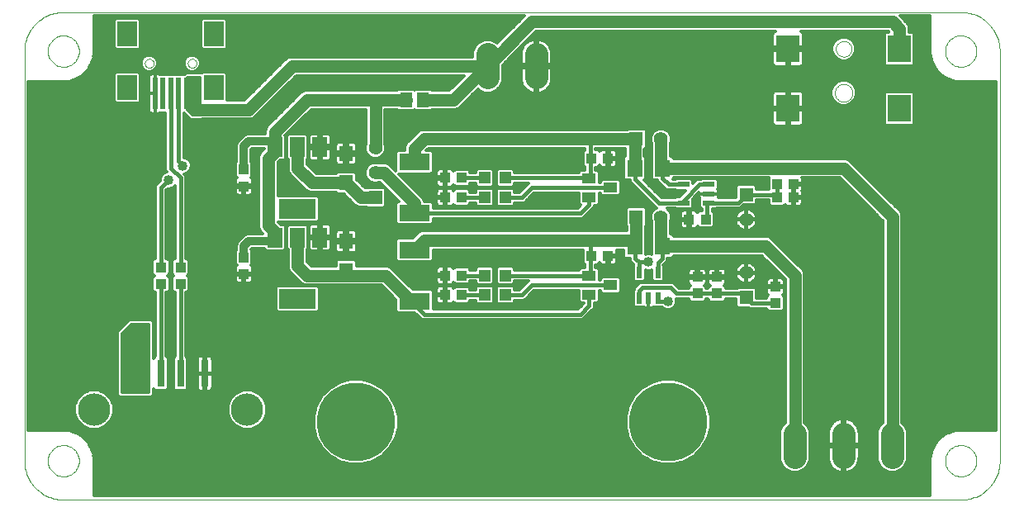
<source format=gtl>
G75*
G70*
%OFA0B0*%
%FSLAX24Y24*%
%IPPOS*%
%LPD*%
%AMOC8*
5,1,8,0,0,1.08239X$1,22.5*
%
%ADD10R,0.0945X0.1102*%
%ADD11C,0.0000*%
%ADD12R,0.0787X0.0984*%
%ADD13R,0.0197X0.1299*%
%ADD14C,0.0937*%
%ADD15R,0.0591X0.0787*%
%ADD16R,0.1496X0.0787*%
%ADD17R,0.0551X0.0630*%
%ADD18R,0.0394X0.0433*%
%ADD19R,0.0512X0.0591*%
%ADD20R,0.1240X0.0669*%
%ADD21C,0.3150*%
%ADD22R,0.0315X0.1110*%
%ADD23C,0.1306*%
%ADD24R,0.0551X0.0394*%
%ADD25R,0.0472X0.0472*%
%ADD26R,0.0472X0.0217*%
%ADD27R,0.0217X0.0472*%
%ADD28R,0.0555X0.0555*%
%ADD29C,0.0555*%
%ADD30R,0.0630X0.0710*%
%ADD31R,0.0433X0.0394*%
%ADD32C,0.0500*%
%ADD33C,0.0320*%
%ADD34C,0.0120*%
%ADD35C,0.0400*%
%ADD36C,0.0160*%
%ADD37C,0.0450*%
D10*
X035856Y021008D03*
X035856Y023410D03*
X040344Y023410D03*
X040344Y021008D03*
D11*
X042825Y005211D02*
X006604Y005211D01*
X006527Y005213D01*
X006450Y005219D01*
X006373Y005228D01*
X006297Y005241D01*
X006221Y005258D01*
X006147Y005279D01*
X006073Y005303D01*
X006001Y005331D01*
X005931Y005362D01*
X005862Y005397D01*
X005794Y005435D01*
X005729Y005476D01*
X005666Y005521D01*
X005605Y005569D01*
X005546Y005619D01*
X005490Y005672D01*
X005437Y005728D01*
X005387Y005787D01*
X005339Y005848D01*
X005294Y005911D01*
X005253Y005976D01*
X005215Y006044D01*
X005180Y006113D01*
X005149Y006183D01*
X005121Y006255D01*
X005097Y006329D01*
X005076Y006403D01*
X005059Y006479D01*
X005046Y006555D01*
X005037Y006632D01*
X005031Y006709D01*
X005029Y006786D01*
X005029Y023321D01*
X005031Y023398D01*
X005037Y023475D01*
X005046Y023552D01*
X005059Y023628D01*
X005076Y023704D01*
X005097Y023778D01*
X005121Y023852D01*
X005149Y023924D01*
X005180Y023994D01*
X005215Y024063D01*
X005253Y024131D01*
X005294Y024196D01*
X005339Y024259D01*
X005387Y024320D01*
X005437Y024379D01*
X005490Y024435D01*
X005546Y024488D01*
X005605Y024538D01*
X005666Y024586D01*
X005729Y024631D01*
X005794Y024672D01*
X005862Y024710D01*
X005931Y024745D01*
X006001Y024776D01*
X006073Y024804D01*
X006147Y024828D01*
X006221Y024849D01*
X006297Y024866D01*
X006373Y024879D01*
X006450Y024888D01*
X006527Y024894D01*
X006604Y024896D01*
X042825Y024896D01*
X042902Y024894D01*
X042979Y024888D01*
X043056Y024879D01*
X043132Y024866D01*
X043208Y024849D01*
X043282Y024828D01*
X043356Y024804D01*
X043428Y024776D01*
X043498Y024745D01*
X043567Y024710D01*
X043635Y024672D01*
X043700Y024631D01*
X043763Y024586D01*
X043824Y024538D01*
X043883Y024488D01*
X043939Y024435D01*
X043992Y024379D01*
X044042Y024320D01*
X044090Y024259D01*
X044135Y024196D01*
X044176Y024131D01*
X044214Y024063D01*
X044249Y023994D01*
X044280Y023924D01*
X044308Y023852D01*
X044332Y023778D01*
X044353Y023704D01*
X044370Y023628D01*
X044383Y023552D01*
X044392Y023475D01*
X044398Y023398D01*
X044400Y023321D01*
X044399Y023321D02*
X044399Y006786D01*
X044400Y006786D02*
X044398Y006709D01*
X044392Y006632D01*
X044383Y006555D01*
X044370Y006479D01*
X044353Y006403D01*
X044332Y006329D01*
X044308Y006255D01*
X044280Y006183D01*
X044249Y006113D01*
X044214Y006044D01*
X044176Y005976D01*
X044135Y005911D01*
X044090Y005848D01*
X044042Y005787D01*
X043992Y005728D01*
X043939Y005672D01*
X043883Y005619D01*
X043824Y005569D01*
X043763Y005521D01*
X043700Y005476D01*
X043635Y005435D01*
X043567Y005397D01*
X043498Y005362D01*
X043428Y005331D01*
X043356Y005303D01*
X043282Y005279D01*
X043208Y005258D01*
X043132Y005241D01*
X043056Y005228D01*
X042979Y005219D01*
X042902Y005213D01*
X042825Y005211D01*
X042195Y006786D02*
X042197Y006836D01*
X042203Y006886D01*
X042213Y006935D01*
X042227Y006983D01*
X042244Y007030D01*
X042265Y007075D01*
X042290Y007119D01*
X042318Y007160D01*
X042350Y007199D01*
X042384Y007236D01*
X042421Y007270D01*
X042461Y007300D01*
X042503Y007327D01*
X042547Y007351D01*
X042593Y007372D01*
X042640Y007388D01*
X042688Y007401D01*
X042738Y007410D01*
X042787Y007415D01*
X042838Y007416D01*
X042888Y007413D01*
X042937Y007406D01*
X042986Y007395D01*
X043034Y007380D01*
X043080Y007362D01*
X043125Y007340D01*
X043168Y007314D01*
X043209Y007285D01*
X043248Y007253D01*
X043284Y007218D01*
X043316Y007180D01*
X043346Y007140D01*
X043373Y007097D01*
X043396Y007053D01*
X043415Y007007D01*
X043431Y006959D01*
X043443Y006910D01*
X043451Y006861D01*
X043455Y006811D01*
X043455Y006761D01*
X043451Y006711D01*
X043443Y006662D01*
X043431Y006613D01*
X043415Y006565D01*
X043396Y006519D01*
X043373Y006475D01*
X043346Y006432D01*
X043316Y006392D01*
X043284Y006354D01*
X043248Y006319D01*
X043209Y006287D01*
X043168Y006258D01*
X043125Y006232D01*
X043080Y006210D01*
X043034Y006192D01*
X042986Y006177D01*
X042937Y006166D01*
X042888Y006159D01*
X042838Y006156D01*
X042787Y006157D01*
X042738Y006162D01*
X042688Y006171D01*
X042640Y006184D01*
X042593Y006200D01*
X042547Y006221D01*
X042503Y006245D01*
X042461Y006272D01*
X042421Y006302D01*
X042384Y006336D01*
X042350Y006373D01*
X042318Y006412D01*
X042290Y006453D01*
X042265Y006497D01*
X042244Y006542D01*
X042227Y006589D01*
X042213Y006637D01*
X042203Y006686D01*
X042197Y006736D01*
X042195Y006786D01*
X037746Y021638D02*
X037748Y021675D01*
X037754Y021712D01*
X037763Y021747D01*
X037777Y021782D01*
X037793Y021815D01*
X037814Y021846D01*
X037837Y021875D01*
X037863Y021901D01*
X037892Y021924D01*
X037923Y021945D01*
X037956Y021961D01*
X037991Y021975D01*
X038026Y021984D01*
X038063Y021990D01*
X038100Y021992D01*
X038137Y021990D01*
X038174Y021984D01*
X038209Y021975D01*
X038244Y021961D01*
X038277Y021945D01*
X038308Y021924D01*
X038337Y021901D01*
X038363Y021875D01*
X038386Y021846D01*
X038407Y021815D01*
X038423Y021782D01*
X038437Y021747D01*
X038446Y021712D01*
X038452Y021675D01*
X038454Y021638D01*
X038452Y021601D01*
X038446Y021564D01*
X038437Y021529D01*
X038423Y021494D01*
X038407Y021461D01*
X038386Y021430D01*
X038363Y021401D01*
X038337Y021375D01*
X038308Y021352D01*
X038277Y021331D01*
X038244Y021315D01*
X038209Y021301D01*
X038174Y021292D01*
X038137Y021286D01*
X038100Y021284D01*
X038063Y021286D01*
X038026Y021292D01*
X037991Y021301D01*
X037956Y021315D01*
X037923Y021331D01*
X037892Y021352D01*
X037863Y021375D01*
X037837Y021401D01*
X037814Y021430D01*
X037793Y021461D01*
X037777Y021494D01*
X037763Y021529D01*
X037754Y021564D01*
X037748Y021601D01*
X037746Y021638D01*
X037785Y023410D02*
X037787Y023445D01*
X037793Y023480D01*
X037803Y023514D01*
X037816Y023547D01*
X037833Y023578D01*
X037854Y023606D01*
X037877Y023633D01*
X037904Y023656D01*
X037932Y023677D01*
X037963Y023694D01*
X037996Y023707D01*
X038030Y023717D01*
X038065Y023723D01*
X038100Y023725D01*
X038135Y023723D01*
X038170Y023717D01*
X038204Y023707D01*
X038237Y023694D01*
X038268Y023677D01*
X038296Y023656D01*
X038323Y023633D01*
X038346Y023606D01*
X038367Y023578D01*
X038384Y023547D01*
X038397Y023514D01*
X038407Y023480D01*
X038413Y023445D01*
X038415Y023410D01*
X038413Y023375D01*
X038407Y023340D01*
X038397Y023306D01*
X038384Y023273D01*
X038367Y023242D01*
X038346Y023214D01*
X038323Y023187D01*
X038296Y023164D01*
X038268Y023143D01*
X038237Y023126D01*
X038204Y023113D01*
X038170Y023103D01*
X038135Y023097D01*
X038100Y023095D01*
X038065Y023097D01*
X038030Y023103D01*
X037996Y023113D01*
X037963Y023126D01*
X037932Y023143D01*
X037904Y023164D01*
X037877Y023187D01*
X037854Y023214D01*
X037833Y023242D01*
X037816Y023273D01*
X037803Y023306D01*
X037793Y023340D01*
X037787Y023375D01*
X037785Y023410D01*
X042195Y023321D02*
X042197Y023371D01*
X042203Y023421D01*
X042213Y023470D01*
X042227Y023518D01*
X042244Y023565D01*
X042265Y023610D01*
X042290Y023654D01*
X042318Y023695D01*
X042350Y023734D01*
X042384Y023771D01*
X042421Y023805D01*
X042461Y023835D01*
X042503Y023862D01*
X042547Y023886D01*
X042593Y023907D01*
X042640Y023923D01*
X042688Y023936D01*
X042738Y023945D01*
X042787Y023950D01*
X042838Y023951D01*
X042888Y023948D01*
X042937Y023941D01*
X042986Y023930D01*
X043034Y023915D01*
X043080Y023897D01*
X043125Y023875D01*
X043168Y023849D01*
X043209Y023820D01*
X043248Y023788D01*
X043284Y023753D01*
X043316Y023715D01*
X043346Y023675D01*
X043373Y023632D01*
X043396Y023588D01*
X043415Y023542D01*
X043431Y023494D01*
X043443Y023445D01*
X043451Y023396D01*
X043455Y023346D01*
X043455Y023296D01*
X043451Y023246D01*
X043443Y023197D01*
X043431Y023148D01*
X043415Y023100D01*
X043396Y023054D01*
X043373Y023010D01*
X043346Y022967D01*
X043316Y022927D01*
X043284Y022889D01*
X043248Y022854D01*
X043209Y022822D01*
X043168Y022793D01*
X043125Y022767D01*
X043080Y022745D01*
X043034Y022727D01*
X042986Y022712D01*
X042937Y022701D01*
X042888Y022694D01*
X042838Y022691D01*
X042787Y022692D01*
X042738Y022697D01*
X042688Y022706D01*
X042640Y022719D01*
X042593Y022735D01*
X042547Y022756D01*
X042503Y022780D01*
X042461Y022807D01*
X042421Y022837D01*
X042384Y022871D01*
X042350Y022908D01*
X042318Y022947D01*
X042290Y022988D01*
X042265Y023032D01*
X042244Y023077D01*
X042227Y023124D01*
X042213Y023172D01*
X042203Y023221D01*
X042197Y023271D01*
X042195Y023321D01*
X011624Y022829D02*
X011626Y022855D01*
X011632Y022881D01*
X011642Y022906D01*
X011655Y022929D01*
X011671Y022949D01*
X011691Y022967D01*
X011713Y022982D01*
X011736Y022994D01*
X011762Y023002D01*
X011788Y023006D01*
X011814Y023006D01*
X011840Y023002D01*
X011866Y022994D01*
X011890Y022982D01*
X011911Y022967D01*
X011931Y022949D01*
X011947Y022929D01*
X011960Y022906D01*
X011970Y022881D01*
X011976Y022855D01*
X011978Y022829D01*
X011976Y022803D01*
X011970Y022777D01*
X011960Y022752D01*
X011947Y022729D01*
X011931Y022709D01*
X011911Y022691D01*
X011889Y022676D01*
X011866Y022664D01*
X011840Y022656D01*
X011814Y022652D01*
X011788Y022652D01*
X011762Y022656D01*
X011736Y022664D01*
X011712Y022676D01*
X011691Y022691D01*
X011671Y022709D01*
X011655Y022729D01*
X011642Y022752D01*
X011632Y022777D01*
X011626Y022803D01*
X011624Y022829D01*
X009892Y022829D02*
X009894Y022855D01*
X009900Y022881D01*
X009910Y022906D01*
X009923Y022929D01*
X009939Y022949D01*
X009959Y022967D01*
X009981Y022982D01*
X010004Y022994D01*
X010030Y023002D01*
X010056Y023006D01*
X010082Y023006D01*
X010108Y023002D01*
X010134Y022994D01*
X010158Y022982D01*
X010179Y022967D01*
X010199Y022949D01*
X010215Y022929D01*
X010228Y022906D01*
X010238Y022881D01*
X010244Y022855D01*
X010246Y022829D01*
X010244Y022803D01*
X010238Y022777D01*
X010228Y022752D01*
X010215Y022729D01*
X010199Y022709D01*
X010179Y022691D01*
X010157Y022676D01*
X010134Y022664D01*
X010108Y022656D01*
X010082Y022652D01*
X010056Y022652D01*
X010030Y022656D01*
X010004Y022664D01*
X009980Y022676D01*
X009959Y022691D01*
X009939Y022709D01*
X009923Y022729D01*
X009910Y022752D01*
X009900Y022777D01*
X009894Y022803D01*
X009892Y022829D01*
X005974Y023321D02*
X005976Y023371D01*
X005982Y023421D01*
X005992Y023470D01*
X006006Y023518D01*
X006023Y023565D01*
X006044Y023610D01*
X006069Y023654D01*
X006097Y023695D01*
X006129Y023734D01*
X006163Y023771D01*
X006200Y023805D01*
X006240Y023835D01*
X006282Y023862D01*
X006326Y023886D01*
X006372Y023907D01*
X006419Y023923D01*
X006467Y023936D01*
X006517Y023945D01*
X006566Y023950D01*
X006617Y023951D01*
X006667Y023948D01*
X006716Y023941D01*
X006765Y023930D01*
X006813Y023915D01*
X006859Y023897D01*
X006904Y023875D01*
X006947Y023849D01*
X006988Y023820D01*
X007027Y023788D01*
X007063Y023753D01*
X007095Y023715D01*
X007125Y023675D01*
X007152Y023632D01*
X007175Y023588D01*
X007194Y023542D01*
X007210Y023494D01*
X007222Y023445D01*
X007230Y023396D01*
X007234Y023346D01*
X007234Y023296D01*
X007230Y023246D01*
X007222Y023197D01*
X007210Y023148D01*
X007194Y023100D01*
X007175Y023054D01*
X007152Y023010D01*
X007125Y022967D01*
X007095Y022927D01*
X007063Y022889D01*
X007027Y022854D01*
X006988Y022822D01*
X006947Y022793D01*
X006904Y022767D01*
X006859Y022745D01*
X006813Y022727D01*
X006765Y022712D01*
X006716Y022701D01*
X006667Y022694D01*
X006617Y022691D01*
X006566Y022692D01*
X006517Y022697D01*
X006467Y022706D01*
X006419Y022719D01*
X006372Y022735D01*
X006326Y022756D01*
X006282Y022780D01*
X006240Y022807D01*
X006200Y022837D01*
X006163Y022871D01*
X006129Y022908D01*
X006097Y022947D01*
X006069Y022988D01*
X006044Y023032D01*
X006023Y023077D01*
X006006Y023124D01*
X005992Y023172D01*
X005982Y023221D01*
X005976Y023271D01*
X005974Y023321D01*
X005974Y006786D02*
X005976Y006836D01*
X005982Y006886D01*
X005992Y006935D01*
X006006Y006983D01*
X006023Y007030D01*
X006044Y007075D01*
X006069Y007119D01*
X006097Y007160D01*
X006129Y007199D01*
X006163Y007236D01*
X006200Y007270D01*
X006240Y007300D01*
X006282Y007327D01*
X006326Y007351D01*
X006372Y007372D01*
X006419Y007388D01*
X006467Y007401D01*
X006517Y007410D01*
X006566Y007415D01*
X006617Y007416D01*
X006667Y007413D01*
X006716Y007406D01*
X006765Y007395D01*
X006813Y007380D01*
X006859Y007362D01*
X006904Y007340D01*
X006947Y007314D01*
X006988Y007285D01*
X007027Y007253D01*
X007063Y007218D01*
X007095Y007180D01*
X007125Y007140D01*
X007152Y007097D01*
X007175Y007053D01*
X007194Y007007D01*
X007210Y006959D01*
X007222Y006910D01*
X007230Y006861D01*
X007234Y006811D01*
X007234Y006761D01*
X007230Y006711D01*
X007222Y006662D01*
X007210Y006613D01*
X007194Y006565D01*
X007175Y006519D01*
X007152Y006475D01*
X007125Y006432D01*
X007095Y006392D01*
X007063Y006354D01*
X007027Y006319D01*
X006988Y006287D01*
X006947Y006258D01*
X006904Y006232D01*
X006859Y006210D01*
X006813Y006192D01*
X006765Y006177D01*
X006716Y006166D01*
X006667Y006159D01*
X006617Y006156D01*
X006566Y006157D01*
X006517Y006162D01*
X006467Y006171D01*
X006419Y006184D01*
X006372Y006200D01*
X006326Y006221D01*
X006282Y006245D01*
X006240Y006272D01*
X006200Y006302D01*
X006163Y006336D01*
X006129Y006373D01*
X006097Y006412D01*
X006069Y006453D01*
X006044Y006497D01*
X006023Y006542D01*
X006006Y006589D01*
X005992Y006637D01*
X005982Y006686D01*
X005976Y006736D01*
X005974Y006786D01*
D12*
X009183Y021845D03*
X009183Y024010D03*
X012687Y024010D03*
X012687Y021845D03*
D13*
X011565Y021608D03*
X011250Y021608D03*
X010935Y021608D03*
X010620Y021608D03*
X010305Y021608D03*
D14*
X023730Y022242D02*
X023730Y023179D01*
X025699Y023179D02*
X025699Y022242D01*
X036132Y007864D02*
X036132Y006927D01*
X038100Y006927D02*
X038100Y007864D01*
X040069Y007864D02*
X040069Y006927D01*
D15*
X016958Y015801D03*
X016053Y015801D03*
X015147Y015801D03*
X015147Y019443D03*
X016053Y019443D03*
X016958Y019443D03*
D16*
X016053Y016963D03*
X016053Y013321D03*
D17*
X018021Y014463D03*
X018021Y015644D03*
X018021Y018006D03*
X018021Y019187D03*
D18*
X022017Y018203D03*
X022687Y018203D03*
X022687Y017415D03*
X022017Y017415D03*
X022017Y014266D03*
X022687Y014266D03*
X022687Y013478D03*
X022017Y013478D03*
X027923Y015053D03*
X028592Y015053D03*
X031860Y016530D03*
X032529Y016530D03*
X035403Y017415D03*
X035403Y017957D03*
X036073Y017957D03*
X036073Y017415D03*
X028592Y018990D03*
X027923Y018990D03*
X013888Y018537D03*
X013888Y017868D03*
X013888Y014994D03*
X013888Y014325D03*
D19*
X020443Y021352D03*
X021112Y021352D03*
D20*
X020777Y018841D03*
X020777Y016778D03*
X020777Y015297D03*
X020777Y013234D03*
D21*
X018415Y008360D03*
X024714Y008360D03*
X031014Y008360D03*
D22*
X012313Y010313D03*
X011329Y010313D03*
X010541Y010313D03*
X009557Y010313D03*
D23*
X007844Y008852D03*
X014025Y008852D03*
D24*
X027825Y013498D03*
X027825Y014246D03*
X028691Y013872D03*
X027825Y017435D03*
X027825Y018183D03*
X028691Y017809D03*
D25*
X024439Y017415D03*
X023612Y017415D03*
X023612Y018203D03*
X024439Y018203D03*
X024439Y014266D03*
X024439Y013478D03*
X023612Y013478D03*
X023612Y014266D03*
D26*
X031634Y017189D03*
X032657Y017189D03*
X032657Y017563D03*
X032657Y017937D03*
X031634Y017937D03*
D27*
X030600Y014384D03*
X029852Y014384D03*
X029852Y013360D03*
X030226Y013360D03*
X030600Y013360D03*
D28*
X034163Y013372D03*
X029726Y016628D03*
X034163Y017522D03*
X029726Y019778D03*
X019203Y017415D03*
D29*
X019203Y018415D03*
X019203Y019415D03*
X030726Y019778D03*
X030726Y016628D03*
X034163Y016522D03*
X034163Y014372D03*
D30*
X030786Y015447D03*
X029666Y015447D03*
X029666Y018597D03*
X030786Y018597D03*
D31*
X032195Y014207D03*
X032195Y013537D03*
X032982Y013537D03*
X032982Y014207D03*
X035344Y013813D03*
X035344Y013144D03*
X011329Y013931D03*
X010541Y013931D03*
X010541Y014600D03*
X011329Y014600D03*
D32*
X014872Y016284D02*
X015147Y016008D01*
X015147Y015801D01*
X014872Y016284D02*
X014872Y018990D01*
X015147Y019266D01*
X015147Y019443D01*
X015147Y019728D01*
X015147Y020053D01*
X016447Y021352D01*
X019203Y021352D01*
X019203Y019415D01*
X020777Y019384D02*
X020777Y018841D01*
X020777Y019384D02*
X021171Y019778D01*
X027864Y019778D01*
X029726Y019778D01*
X029666Y019718D01*
X029666Y018597D01*
X030726Y018656D02*
X030786Y018597D01*
X031653Y018597D01*
X032293Y018597D01*
X032982Y018597D01*
X038100Y018597D01*
X040069Y016628D01*
X040069Y007396D01*
X036132Y007396D02*
X036132Y014266D01*
X034951Y015447D01*
X031850Y015447D01*
X031407Y015447D01*
X030786Y015447D01*
X030726Y015507D01*
X030726Y016628D01*
X029726Y016628D02*
X029726Y015507D01*
X029666Y015447D01*
X029726Y015447D01*
X029482Y015691D01*
X027864Y015691D01*
X021171Y015691D01*
X020777Y015297D01*
X019596Y014266D02*
X020628Y013234D01*
X019596Y014266D02*
X018021Y014266D01*
X018021Y014463D01*
X018021Y014266D02*
X016447Y014266D01*
X016053Y014660D01*
X016053Y015801D01*
X018021Y018006D02*
X018612Y017415D01*
X019203Y017415D01*
X019203Y018415D02*
X019531Y018415D01*
X020777Y017169D01*
X020777Y016778D01*
X018021Y018006D02*
X016643Y018006D01*
X016053Y018597D01*
X016053Y019443D01*
X014084Y020959D02*
X012116Y020959D01*
X014084Y020959D02*
X015836Y022711D01*
X023730Y022711D01*
X025521Y024502D01*
X040069Y024502D01*
X040344Y024226D01*
X040344Y023410D01*
X030726Y019778D02*
X030726Y018656D01*
X023710Y022711D02*
X022352Y021352D01*
X021112Y021352D01*
X020443Y021352D02*
X019203Y021352D01*
D33*
X015147Y019728D02*
X015098Y019679D01*
X014084Y019679D01*
X013888Y019482D01*
X013888Y018537D01*
X015147Y015801D02*
X015147Y015673D01*
X015118Y015644D01*
X014084Y015644D01*
X013888Y015447D01*
X013888Y014994D01*
X020628Y013234D02*
X020777Y013234D01*
X020628Y013085D01*
X023710Y022711D02*
X023730Y022711D01*
D34*
X024339Y022755D02*
X025638Y022755D01*
X025638Y022771D02*
X025638Y022651D01*
X025070Y022651D01*
X025070Y022193D01*
X025086Y022095D01*
X025116Y022001D01*
X025161Y021913D01*
X025219Y021833D01*
X025289Y021763D01*
X025369Y021705D01*
X025457Y021660D01*
X025551Y021629D01*
X025639Y021615D01*
X025639Y022651D01*
X025759Y022651D01*
X025759Y022771D01*
X026327Y022771D01*
X026327Y023229D01*
X035224Y023229D01*
X035224Y023111D02*
X026327Y023111D01*
X026327Y023229D02*
X026312Y023326D01*
X026281Y023420D01*
X026236Y023509D01*
X026178Y023589D01*
X026108Y023659D01*
X026028Y023717D01*
X025940Y023762D01*
X025846Y023792D01*
X025759Y023806D01*
X025759Y022771D01*
X025639Y022771D01*
X025639Y023806D01*
X025551Y023792D01*
X025457Y023762D01*
X025369Y023717D01*
X025289Y023659D01*
X025219Y023589D01*
X025161Y023509D01*
X025116Y023420D01*
X025086Y023326D01*
X025070Y023229D01*
X024800Y023229D01*
X024682Y023111D02*
X025070Y023111D01*
X025070Y023229D02*
X025070Y022771D01*
X025638Y022771D01*
X025639Y022874D02*
X025759Y022874D01*
X025759Y022992D02*
X025639Y022992D01*
X025639Y023111D02*
X025759Y023111D01*
X025759Y023229D02*
X025639Y023229D01*
X025639Y023348D02*
X025759Y023348D01*
X025759Y023466D02*
X025639Y023466D01*
X025639Y023585D02*
X025759Y023585D01*
X025759Y023703D02*
X025639Y023703D01*
X025511Y023941D02*
X035224Y023941D01*
X035224Y023982D02*
X035224Y023469D01*
X035796Y023469D01*
X035796Y023350D01*
X035224Y023350D01*
X035224Y022837D01*
X035235Y022797D01*
X035256Y022760D01*
X035285Y022730D01*
X035322Y022709D01*
X035363Y022698D01*
X035796Y022698D01*
X035796Y023349D01*
X035916Y023349D01*
X035916Y022698D01*
X036350Y022698D01*
X036390Y022709D01*
X036427Y022730D01*
X036456Y022760D01*
X036478Y022797D01*
X036488Y022837D01*
X036488Y023350D01*
X035916Y023350D01*
X035916Y023469D01*
X036488Y023469D01*
X036488Y023982D01*
X036478Y024022D01*
X036456Y024059D01*
X039772Y024059D01*
X039732Y024019D02*
X039732Y022800D01*
X039814Y022718D01*
X040875Y022718D01*
X040957Y022800D01*
X040957Y024019D01*
X040875Y024101D01*
X040734Y024101D01*
X040734Y024149D01*
X040734Y024304D01*
X040675Y024447D01*
X040399Y024723D01*
X040386Y024736D01*
X041583Y024736D01*
X041583Y023343D01*
X041582Y023341D01*
X041583Y023319D01*
X041583Y023296D01*
X041585Y023294D01*
X041594Y023169D01*
X041592Y023164D01*
X041596Y023144D01*
X041597Y023124D01*
X041601Y023121D01*
X041628Y022995D01*
X041626Y022991D01*
X041634Y022971D01*
X041638Y022951D01*
X041642Y022949D01*
X041687Y022828D01*
X041686Y022823D01*
X041696Y022805D01*
X041703Y022786D01*
X041707Y022784D01*
X041769Y022671D01*
X041768Y022666D01*
X041780Y022650D01*
X041790Y022632D01*
X041795Y022631D01*
X041872Y022527D01*
X041872Y022523D01*
X041887Y022508D01*
X041899Y022492D01*
X041904Y022491D01*
X041995Y022400D01*
X041995Y022395D01*
X042012Y022383D01*
X042026Y022368D01*
X042031Y022368D01*
X042134Y022291D01*
X042135Y022287D01*
X042153Y022277D01*
X042170Y022264D01*
X042175Y022265D01*
X042288Y022203D01*
X042290Y022199D01*
X042309Y022192D01*
X042327Y022182D01*
X042332Y022183D01*
X042452Y022138D01*
X042455Y022134D01*
X042475Y022130D01*
X042494Y022123D01*
X042499Y022125D01*
X042624Y022097D01*
X042627Y022094D01*
X042648Y022092D01*
X042668Y022088D01*
X042672Y022091D01*
X042798Y022082D01*
X042800Y022080D01*
X042822Y022080D01*
X042845Y022078D01*
X042847Y022080D01*
X044239Y022080D01*
X044239Y008027D01*
X042847Y008027D01*
X042845Y008028D01*
X042822Y008027D01*
X042800Y008027D01*
X042798Y008025D01*
X042672Y008016D01*
X042668Y008018D01*
X042648Y008014D01*
X042627Y008013D01*
X042624Y008009D01*
X042499Y007982D01*
X042494Y007984D01*
X042475Y007976D01*
X042455Y007972D01*
X042452Y007968D01*
X042332Y007923D01*
X042327Y007924D01*
X042309Y007914D01*
X042290Y007907D01*
X042288Y007903D01*
X042175Y007841D01*
X042170Y007842D01*
X042153Y007830D01*
X042135Y007820D01*
X042134Y007815D01*
X042031Y007738D01*
X042026Y007738D01*
X042012Y007724D01*
X041995Y007711D01*
X041995Y007706D01*
X041904Y007615D01*
X041899Y007615D01*
X041886Y007598D01*
X041872Y007584D01*
X041872Y007579D01*
X041795Y007476D01*
X041790Y007475D01*
X041780Y007457D01*
X041768Y007440D01*
X041769Y007435D01*
X041707Y007322D01*
X041703Y007320D01*
X041696Y007301D01*
X041686Y007283D01*
X041687Y007278D01*
X041642Y007158D01*
X041638Y007155D01*
X041634Y007135D01*
X041626Y007116D01*
X041628Y007111D01*
X041601Y006986D01*
X041597Y006983D01*
X041596Y006962D01*
X041592Y006942D01*
X041594Y006938D01*
X041585Y006812D01*
X041583Y006810D01*
X041583Y006788D01*
X041582Y006765D01*
X041583Y006763D01*
X041583Y005371D01*
X007845Y005371D01*
X007845Y006763D01*
X007847Y006765D01*
X007845Y006788D01*
X007845Y006810D01*
X007843Y006812D01*
X007834Y006938D01*
X007837Y006942D01*
X007833Y006962D01*
X007831Y006983D01*
X007828Y006986D01*
X007800Y007111D01*
X007802Y007116D01*
X007795Y007135D01*
X007791Y007155D01*
X007787Y007158D01*
X007742Y007278D01*
X007743Y007283D01*
X007733Y007301D01*
X007726Y007320D01*
X007721Y007322D01*
X007660Y007435D01*
X007661Y007440D01*
X007648Y007457D01*
X007638Y007475D01*
X007634Y007476D01*
X007557Y007579D01*
X007557Y007584D01*
X007542Y007598D01*
X007530Y007615D01*
X007525Y007615D01*
X007434Y007706D01*
X007433Y007711D01*
X007417Y007724D01*
X007402Y007738D01*
X007398Y007738D01*
X007295Y007815D01*
X007293Y007820D01*
X007275Y007830D01*
X007259Y007842D01*
X007254Y007841D01*
X007141Y007903D01*
X007139Y007907D01*
X007120Y007914D01*
X007102Y007924D01*
X007097Y007923D01*
X006976Y007968D01*
X006974Y007972D01*
X006954Y007976D01*
X006934Y007984D01*
X006930Y007982D01*
X006804Y008009D01*
X006801Y008013D01*
X006781Y008014D01*
X006761Y008018D01*
X006756Y008016D01*
X006631Y008025D01*
X006629Y008027D01*
X006606Y008027D01*
X006584Y008028D01*
X006582Y008027D01*
X005189Y008027D01*
X005189Y022080D01*
X006582Y022080D01*
X006584Y022078D01*
X006606Y022080D01*
X006629Y022080D01*
X006631Y022082D01*
X006756Y022091D01*
X006761Y022088D01*
X006781Y022092D01*
X006801Y022094D01*
X006804Y022097D01*
X006930Y022125D01*
X006934Y022123D01*
X006954Y022130D01*
X006974Y022134D01*
X006976Y022138D01*
X007097Y022183D01*
X007102Y022182D01*
X007120Y022192D01*
X007139Y022199D01*
X007141Y022203D01*
X007254Y022265D01*
X007259Y022264D01*
X007275Y022277D01*
X007293Y022287D01*
X007294Y022291D01*
X007398Y022368D01*
X007402Y022368D01*
X007417Y022383D01*
X007433Y022395D01*
X007434Y022400D01*
X007525Y022491D01*
X007530Y022492D01*
X007542Y022508D01*
X007557Y022523D01*
X007557Y022527D01*
X007634Y022631D01*
X007638Y022632D01*
X007648Y022650D01*
X007661Y022666D01*
X007660Y022671D01*
X007722Y022784D01*
X007726Y022786D01*
X007733Y022805D01*
X007743Y022823D01*
X007742Y022828D01*
X007787Y022949D01*
X007791Y022951D01*
X007795Y022971D01*
X007802Y022991D01*
X007800Y022995D01*
X007828Y023121D01*
X007831Y023124D01*
X007833Y023144D01*
X007837Y023164D01*
X007834Y023169D01*
X007843Y023294D01*
X007845Y023296D01*
X007845Y023319D01*
X007847Y023341D01*
X007845Y023343D01*
X007845Y024736D01*
X025204Y024736D01*
X025191Y024723D01*
X024119Y023651D01*
X024075Y023695D01*
X023851Y023788D01*
X023609Y023788D01*
X023385Y023695D01*
X023214Y023524D01*
X023122Y023300D01*
X023122Y023101D01*
X015914Y023101D01*
X015759Y023101D01*
X015615Y023041D01*
X013923Y021349D01*
X013220Y021349D01*
X013220Y022395D01*
X013138Y022477D01*
X012235Y022477D01*
X012197Y022438D01*
X012033Y022438D01*
X011707Y022438D01*
X011541Y022438D01*
X011501Y022398D01*
X011408Y022398D01*
X011407Y022397D01*
X011406Y022398D01*
X011093Y022398D01*
X011092Y022397D01*
X011091Y022398D01*
X010778Y022398D01*
X010777Y022397D01*
X010776Y022398D01*
X010481Y022398D01*
X010465Y022407D01*
X010424Y022418D01*
X010305Y022418D01*
X010305Y021609D01*
X010305Y021609D01*
X010305Y022418D01*
X010185Y022418D01*
X010145Y022407D01*
X010108Y022386D01*
X010078Y022356D01*
X010057Y022320D01*
X010046Y022279D01*
X010046Y021609D01*
X010304Y021609D01*
X010304Y021608D01*
X010046Y021608D01*
X010046Y020938D01*
X010057Y020897D01*
X010078Y020860D01*
X010108Y020831D01*
X010145Y020810D01*
X010185Y020799D01*
X010305Y020799D01*
X010424Y020799D01*
X010465Y020810D01*
X010481Y020819D01*
X010715Y020819D01*
X010715Y018505D01*
X010776Y018444D01*
X010769Y018444D01*
X010644Y018393D01*
X010548Y018297D01*
X010496Y018172D01*
X010496Y018076D01*
X010321Y017900D01*
X010321Y017718D01*
X010321Y014937D01*
X010267Y014937D01*
X010185Y014855D01*
X010185Y014346D01*
X010264Y014266D01*
X010185Y014186D01*
X010185Y013676D01*
X010267Y013594D01*
X010321Y013594D01*
X010321Y011004D01*
X010249Y010931D01*
X010249Y012380D01*
X010132Y012497D01*
X009966Y012497D01*
X009443Y012497D01*
X009277Y012497D01*
X008766Y011986D01*
X008766Y011821D01*
X008766Y009459D01*
X008883Y009341D01*
X009049Y009341D01*
X010132Y009341D01*
X010249Y009459D01*
X010249Y009624D01*
X010249Y009695D01*
X010326Y009618D01*
X010757Y009618D01*
X010839Y009700D01*
X010839Y010926D01*
X010761Y011004D01*
X010761Y013594D01*
X010816Y013594D01*
X010898Y013676D01*
X010898Y014186D01*
X010818Y014266D01*
X010898Y014346D01*
X010898Y014855D01*
X010816Y014937D01*
X010761Y014937D01*
X010761Y017718D01*
X010807Y017764D01*
X010904Y017764D01*
X011029Y017816D01*
X011109Y017896D01*
X011109Y014937D01*
X011054Y014937D01*
X010972Y014855D01*
X010972Y014346D01*
X011052Y014266D01*
X010972Y014186D01*
X010972Y013676D01*
X011054Y013594D01*
X011109Y013594D01*
X011109Y011004D01*
X011031Y010926D01*
X011031Y009700D01*
X011113Y009618D01*
X011544Y009618D01*
X011626Y009700D01*
X011626Y010926D01*
X011548Y011004D01*
X011548Y013594D01*
X011603Y013594D01*
X011685Y013676D01*
X011685Y014186D01*
X011605Y014266D01*
X011685Y014346D01*
X011685Y014855D01*
X011603Y014937D01*
X011548Y014937D01*
X011548Y018112D01*
X011548Y018294D01*
X011487Y018355D01*
X011495Y018355D01*
X011619Y018407D01*
X011715Y018502D01*
X011767Y018627D01*
X011767Y018763D01*
X011715Y018888D01*
X011619Y018983D01*
X011495Y019035D01*
X011470Y019035D01*
X011470Y020819D01*
X011481Y020819D01*
X011541Y020759D01*
X011738Y020562D01*
X011903Y020562D01*
X012199Y020562D01*
X012206Y020569D01*
X014162Y020569D01*
X014305Y020628D01*
X014415Y020738D01*
X015998Y022321D01*
X022769Y022321D01*
X022191Y021742D01*
X021471Y021742D01*
X021426Y021788D01*
X020798Y021788D01*
X020777Y021767D01*
X020757Y021788D01*
X020129Y021788D01*
X020084Y021742D01*
X019280Y021742D01*
X019125Y021742D01*
X016369Y021742D01*
X016226Y021683D01*
X016116Y021573D01*
X014817Y020274D01*
X014757Y020131D01*
X014757Y019979D01*
X014025Y019979D01*
X013914Y019934D01*
X013830Y019849D01*
X013633Y019652D01*
X013588Y019542D01*
X013588Y019423D01*
X013588Y018849D01*
X013551Y018812D01*
X013551Y018263D01*
X013598Y018216D01*
X013592Y018213D01*
X013563Y018183D01*
X013542Y018146D01*
X013531Y018106D01*
X013531Y017907D01*
X013849Y017907D01*
X013849Y017830D01*
X013531Y017830D01*
X013531Y017631D01*
X013542Y017590D01*
X013563Y017553D01*
X013592Y017524D01*
X013629Y017503D01*
X013670Y017492D01*
X013849Y017492D01*
X013849Y017829D01*
X013926Y017829D01*
X013926Y017492D01*
X014105Y017492D01*
X014146Y017503D01*
X014183Y017524D01*
X014212Y017553D01*
X014233Y017590D01*
X014244Y017631D01*
X014244Y017830D01*
X013926Y017830D01*
X013926Y017907D01*
X014244Y017907D01*
X014244Y018106D01*
X014233Y018146D01*
X014212Y018183D01*
X014183Y018213D01*
X014177Y018216D01*
X014224Y018263D01*
X014224Y018812D01*
X014188Y018849D01*
X014188Y019358D01*
X014209Y019379D01*
X014709Y019379D01*
X014651Y019321D01*
X014541Y019211D01*
X014482Y019068D01*
X014482Y016361D01*
X014482Y016206D01*
X014541Y016063D01*
X014660Y015944D01*
X014144Y015944D01*
X014025Y015944D01*
X013914Y015898D01*
X013718Y015701D01*
X013633Y015617D01*
X013588Y015507D01*
X013588Y015306D01*
X013551Y015269D01*
X013551Y014720D01*
X013598Y014673D01*
X013592Y014669D01*
X013563Y014640D01*
X013542Y014603D01*
X013531Y014562D01*
X013531Y014363D01*
X013849Y014363D01*
X013849Y014286D01*
X013926Y014286D01*
X013926Y013948D01*
X014105Y013948D01*
X014146Y013959D01*
X014183Y013980D01*
X014212Y014010D01*
X014233Y014047D01*
X014244Y014087D01*
X014244Y014286D01*
X013926Y014286D01*
X013926Y014363D01*
X014244Y014363D01*
X014244Y014562D01*
X014233Y014603D01*
X014212Y014640D01*
X014183Y014669D01*
X014177Y014673D01*
X014224Y014720D01*
X014224Y015269D01*
X014188Y015306D01*
X014188Y015323D01*
X014209Y015344D01*
X014718Y015344D01*
X014794Y015268D01*
X015501Y015268D01*
X015583Y015350D01*
X015583Y016253D01*
X015501Y016335D01*
X015372Y016335D01*
X015278Y016429D01*
X016859Y016429D01*
X016941Y016511D01*
X016941Y017414D01*
X016859Y017496D01*
X015262Y017496D01*
X015262Y018829D01*
X015342Y018909D01*
X015501Y018909D01*
X015583Y018991D01*
X015583Y019895D01*
X015561Y019916D01*
X016608Y020962D01*
X018813Y020962D01*
X018813Y019565D01*
X018785Y019498D01*
X018785Y019332D01*
X018849Y019179D01*
X018966Y019061D01*
X019119Y018998D01*
X019286Y018998D01*
X019439Y019061D01*
X019556Y019179D01*
X019620Y019332D01*
X019620Y019498D01*
X019592Y019565D01*
X019592Y020962D01*
X020084Y020962D01*
X020129Y020917D01*
X020757Y020917D01*
X020777Y020938D01*
X020798Y020917D01*
X021426Y020917D01*
X021471Y020962D01*
X022430Y020962D01*
X022573Y021022D01*
X022683Y021131D01*
X023331Y021780D01*
X023385Y021726D01*
X023609Y021634D01*
X023851Y021634D01*
X024075Y021726D01*
X024246Y021897D01*
X024339Y022121D01*
X024339Y022768D01*
X025683Y024112D01*
X035330Y024112D01*
X035322Y024110D01*
X035285Y024089D01*
X035256Y024059D01*
X025630Y024059D01*
X025393Y023822D02*
X035224Y023822D01*
X035224Y023703D02*
X026046Y023703D01*
X026181Y023585D02*
X035224Y023585D01*
X035224Y023348D02*
X026305Y023348D01*
X026258Y023466D02*
X035796Y023466D01*
X035796Y023348D02*
X035916Y023348D01*
X035916Y023466D02*
X037625Y023466D01*
X037625Y023504D02*
X037625Y023315D01*
X037697Y023140D01*
X037831Y023007D01*
X038006Y022935D01*
X038195Y022935D01*
X038369Y023007D01*
X038503Y023140D01*
X038575Y023315D01*
X038575Y023504D01*
X038503Y023679D01*
X038369Y023812D01*
X038195Y023884D01*
X038006Y023884D01*
X037831Y023812D01*
X037697Y023679D01*
X037625Y023504D01*
X037659Y023585D02*
X036488Y023585D01*
X036488Y023703D02*
X037722Y023703D01*
X037855Y023822D02*
X036488Y023822D01*
X036488Y023941D02*
X039732Y023941D01*
X039732Y024019D02*
X039814Y024101D01*
X039919Y024101D01*
X039907Y024112D01*
X036382Y024112D01*
X036390Y024110D01*
X036427Y024089D01*
X036456Y024059D01*
X036488Y023348D02*
X037625Y023348D01*
X037661Y023229D02*
X036488Y023229D01*
X036488Y023111D02*
X037727Y023111D01*
X037866Y022992D02*
X036488Y022992D01*
X036488Y022874D02*
X039732Y022874D01*
X039732Y022992D02*
X038334Y022992D01*
X038473Y023111D02*
X039732Y023111D01*
X039732Y023229D02*
X038540Y023229D01*
X038575Y023348D02*
X039732Y023348D01*
X039732Y023466D02*
X038575Y023466D01*
X038542Y023585D02*
X039732Y023585D01*
X039732Y023703D02*
X038478Y023703D01*
X038345Y023822D02*
X039732Y023822D01*
X040734Y024178D02*
X041583Y024178D01*
X041583Y024296D02*
X040734Y024296D01*
X040688Y024415D02*
X041583Y024415D01*
X041583Y024533D02*
X040589Y024533D01*
X040470Y024652D02*
X041583Y024652D01*
X041583Y024059D02*
X040916Y024059D01*
X040957Y023941D02*
X041583Y023941D01*
X041583Y023822D02*
X040957Y023822D01*
X040957Y023703D02*
X041583Y023703D01*
X041583Y023585D02*
X040957Y023585D01*
X040957Y023466D02*
X041583Y023466D01*
X041583Y023348D02*
X040957Y023348D01*
X040957Y023229D02*
X041590Y023229D01*
X041603Y023111D02*
X040957Y023111D01*
X040957Y022992D02*
X041627Y022992D01*
X041670Y022874D02*
X040957Y022874D01*
X040911Y022755D02*
X041723Y022755D01*
X041788Y022637D02*
X026327Y022637D01*
X026327Y022651D02*
X025759Y022651D01*
X025759Y021615D01*
X025846Y021629D01*
X025940Y021660D01*
X026028Y021705D01*
X026108Y021763D01*
X026178Y021833D01*
X026236Y021913D01*
X026281Y022001D01*
X026312Y022095D01*
X026327Y022193D01*
X026327Y022651D01*
X026327Y022518D02*
X041877Y022518D01*
X041995Y022399D02*
X026327Y022399D01*
X026327Y022281D02*
X042146Y022281D01*
X042388Y022162D02*
X026322Y022162D01*
X026295Y022044D02*
X037779Y022044D01*
X037809Y022074D02*
X037664Y021929D01*
X037586Y021740D01*
X037586Y021536D01*
X037664Y021346D01*
X037809Y021202D01*
X037998Y021124D01*
X038202Y021124D01*
X038391Y021202D01*
X038536Y021346D01*
X038614Y021536D01*
X038614Y021740D01*
X038536Y021929D01*
X038391Y022074D01*
X038202Y022152D01*
X037998Y022152D01*
X037809Y022074D01*
X037663Y021925D02*
X026242Y021925D01*
X026152Y021807D02*
X037613Y021807D01*
X037586Y021688D02*
X036425Y021688D01*
X036427Y021687D02*
X036390Y021708D01*
X036350Y021719D01*
X035916Y021719D01*
X035916Y021068D01*
X035796Y021068D01*
X035796Y021719D01*
X035363Y021719D01*
X035322Y021708D01*
X035285Y021687D01*
X035256Y021657D01*
X035235Y021621D01*
X035224Y021580D01*
X035224Y021068D01*
X035796Y021068D01*
X035796Y020948D01*
X035224Y020948D01*
X035224Y020436D01*
X035235Y020395D01*
X035256Y020359D01*
X035285Y020329D01*
X035322Y020308D01*
X035363Y020297D01*
X035796Y020297D01*
X035796Y020948D01*
X035916Y020948D01*
X035916Y021068D01*
X036488Y021068D01*
X036488Y021580D01*
X036478Y021621D01*
X036456Y021657D01*
X036427Y021687D01*
X036488Y021570D02*
X037586Y021570D01*
X037621Y021451D02*
X036488Y021451D01*
X036488Y021333D02*
X037678Y021333D01*
X037797Y021214D02*
X036488Y021214D01*
X036488Y021096D02*
X039732Y021096D01*
X039732Y021214D02*
X038404Y021214D01*
X038522Y021333D02*
X039732Y021333D01*
X039732Y021451D02*
X038579Y021451D01*
X038614Y021570D02*
X039732Y021570D01*
X039732Y021617D02*
X039814Y021699D01*
X040875Y021699D01*
X040957Y021617D01*
X040957Y020399D01*
X040875Y020317D01*
X039814Y020317D01*
X039732Y020399D01*
X039732Y021617D01*
X039803Y021688D02*
X038614Y021688D01*
X038587Y021807D02*
X044239Y021807D01*
X044239Y021925D02*
X038538Y021925D01*
X038421Y022044D02*
X044239Y022044D01*
X044239Y021688D02*
X040886Y021688D01*
X040957Y021570D02*
X044239Y021570D01*
X044239Y021451D02*
X040957Y021451D01*
X040957Y021333D02*
X044239Y021333D01*
X044239Y021214D02*
X040957Y021214D01*
X040957Y021096D02*
X044239Y021096D01*
X044239Y020977D02*
X040957Y020977D01*
X040957Y020858D02*
X044239Y020858D01*
X044239Y020740D02*
X040957Y020740D01*
X040957Y020621D02*
X044239Y020621D01*
X044239Y020503D02*
X040957Y020503D01*
X040942Y020384D02*
X044239Y020384D01*
X044239Y020266D02*
X019592Y020266D01*
X019592Y020384D02*
X035241Y020384D01*
X035224Y020503D02*
X019592Y020503D01*
X019592Y020621D02*
X035224Y020621D01*
X035224Y020740D02*
X019592Y020740D01*
X019592Y020858D02*
X035224Y020858D01*
X035224Y021096D02*
X022647Y021096D01*
X022765Y021214D02*
X035224Y021214D01*
X035224Y021333D02*
X022884Y021333D01*
X023002Y021451D02*
X035224Y021451D01*
X035224Y021570D02*
X023121Y021570D01*
X023239Y021688D02*
X023477Y021688D01*
X023983Y021688D02*
X025401Y021688D01*
X025245Y021807D02*
X024155Y021807D01*
X024257Y021925D02*
X025155Y021925D01*
X025102Y022044D02*
X024306Y022044D01*
X024339Y022162D02*
X025075Y022162D01*
X025070Y022281D02*
X024339Y022281D01*
X024339Y022399D02*
X025070Y022399D01*
X025070Y022518D02*
X024339Y022518D01*
X024339Y022637D02*
X025070Y022637D01*
X025070Y022874D02*
X024445Y022874D01*
X024563Y022992D02*
X025070Y022992D01*
X025093Y023348D02*
X024919Y023348D01*
X025037Y023466D02*
X025140Y023466D01*
X025156Y023585D02*
X025216Y023585D01*
X025274Y023703D02*
X025351Y023703D01*
X024764Y024296D02*
X013220Y024296D01*
X013220Y024178D02*
X024646Y024178D01*
X024527Y024059D02*
X013220Y024059D01*
X013220Y023941D02*
X024408Y023941D01*
X024290Y023822D02*
X013220Y023822D01*
X013220Y023703D02*
X023406Y023703D01*
X023275Y023585D02*
X013220Y023585D01*
X013220Y023466D02*
X023190Y023466D01*
X023141Y023348D02*
X007845Y023348D01*
X007845Y023466D02*
X008649Y023466D01*
X008649Y023460D02*
X008731Y023378D01*
X009635Y023378D01*
X009716Y023460D01*
X009716Y024560D01*
X009635Y024642D01*
X008731Y024642D01*
X008649Y024560D01*
X008649Y023460D01*
X008649Y023585D02*
X007845Y023585D01*
X007845Y023703D02*
X008649Y023703D01*
X008649Y023822D02*
X007845Y023822D01*
X007845Y023941D02*
X008649Y023941D01*
X008649Y024059D02*
X007845Y024059D01*
X007845Y024178D02*
X008649Y024178D01*
X008649Y024296D02*
X007845Y024296D01*
X007845Y024415D02*
X008649Y024415D01*
X008649Y024533D02*
X007845Y024533D01*
X007845Y024652D02*
X025120Y024652D01*
X025191Y024723D02*
X025191Y024723D01*
X025001Y024533D02*
X013220Y024533D01*
X013220Y024560D02*
X013138Y024642D01*
X012235Y024642D01*
X012153Y024560D01*
X012153Y023460D01*
X012235Y023378D01*
X013138Y023378D01*
X013220Y023460D01*
X013220Y024560D01*
X013220Y024415D02*
X024883Y024415D01*
X024171Y023703D02*
X024054Y023703D01*
X023122Y023229D02*
X007839Y023229D01*
X007825Y023111D02*
X009874Y023111D01*
X009878Y023115D02*
X009783Y023020D01*
X009731Y022896D01*
X009731Y022762D01*
X009783Y022638D01*
X009878Y022543D01*
X010002Y022492D01*
X010136Y022492D01*
X010260Y022543D01*
X010354Y022638D01*
X010406Y022762D01*
X010406Y022896D01*
X010354Y023020D01*
X010260Y023115D01*
X010136Y023166D01*
X010002Y023166D01*
X009878Y023115D01*
X009771Y022992D02*
X007801Y022992D01*
X007759Y022874D02*
X009731Y022874D01*
X009734Y022755D02*
X007706Y022755D01*
X007641Y022637D02*
X009784Y022637D01*
X009938Y022518D02*
X007552Y022518D01*
X007434Y022399D02*
X008654Y022399D01*
X008649Y022395D02*
X008731Y022477D01*
X009635Y022477D01*
X009716Y022395D01*
X009716Y021294D01*
X009635Y021212D01*
X008731Y021212D01*
X008649Y021294D01*
X008649Y022395D01*
X008649Y022281D02*
X007283Y022281D01*
X007041Y022162D02*
X008649Y022162D01*
X008649Y022044D02*
X005189Y022044D01*
X005189Y021925D02*
X008649Y021925D01*
X008649Y021807D02*
X005189Y021807D01*
X005189Y021688D02*
X008649Y021688D01*
X008649Y021570D02*
X005189Y021570D01*
X005189Y021451D02*
X008649Y021451D01*
X008649Y021333D02*
X005189Y021333D01*
X005189Y021214D02*
X008729Y021214D01*
X009636Y021214D02*
X010046Y021214D01*
X010046Y021096D02*
X005189Y021096D01*
X005189Y020977D02*
X010046Y020977D01*
X010080Y020858D02*
X005189Y020858D01*
X005189Y020740D02*
X010715Y020740D01*
X010715Y020621D02*
X005189Y020621D01*
X005189Y020503D02*
X010715Y020503D01*
X010715Y020384D02*
X005189Y020384D01*
X005189Y020266D02*
X010715Y020266D01*
X010715Y020147D02*
X005189Y020147D01*
X005189Y020029D02*
X010715Y020029D01*
X010715Y019910D02*
X005189Y019910D01*
X005189Y019792D02*
X010715Y019792D01*
X010715Y019673D02*
X005189Y019673D01*
X005189Y019554D02*
X010715Y019554D01*
X010715Y019436D02*
X005189Y019436D01*
X005189Y019317D02*
X010715Y019317D01*
X010715Y019199D02*
X005189Y019199D01*
X005189Y019080D02*
X010715Y019080D01*
X010715Y018962D02*
X005189Y018962D01*
X005189Y018843D02*
X010715Y018843D01*
X010715Y018725D02*
X005189Y018725D01*
X005189Y018606D02*
X010715Y018606D01*
X010733Y018488D02*
X005189Y018488D01*
X005189Y018369D02*
X010620Y018369D01*
X010529Y018250D02*
X005189Y018250D01*
X005189Y018132D02*
X010496Y018132D01*
X010434Y018013D02*
X005189Y018013D01*
X005189Y017895D02*
X010321Y017895D01*
X010321Y017776D02*
X005189Y017776D01*
X005189Y017658D02*
X010321Y017658D01*
X010321Y017539D02*
X005189Y017539D01*
X005189Y017421D02*
X010321Y017421D01*
X010321Y017302D02*
X005189Y017302D01*
X005189Y017184D02*
X010321Y017184D01*
X010321Y017065D02*
X005189Y017065D01*
X005189Y016946D02*
X010321Y016946D01*
X010321Y016828D02*
X005189Y016828D01*
X005189Y016709D02*
X010321Y016709D01*
X010321Y016591D02*
X005189Y016591D01*
X005189Y016472D02*
X010321Y016472D01*
X010321Y016354D02*
X005189Y016354D01*
X005189Y016235D02*
X010321Y016235D01*
X010321Y016117D02*
X005189Y016117D01*
X005189Y015998D02*
X010321Y015998D01*
X010321Y015880D02*
X005189Y015880D01*
X005189Y015761D02*
X010321Y015761D01*
X010321Y015643D02*
X005189Y015643D01*
X005189Y015524D02*
X010321Y015524D01*
X010321Y015405D02*
X005189Y015405D01*
X005189Y015287D02*
X010321Y015287D01*
X010321Y015168D02*
X005189Y015168D01*
X005189Y015050D02*
X010321Y015050D01*
X010261Y014931D02*
X005189Y014931D01*
X005189Y014813D02*
X010185Y014813D01*
X010185Y014694D02*
X005189Y014694D01*
X005189Y014576D02*
X010185Y014576D01*
X010185Y014457D02*
X005189Y014457D01*
X005189Y014339D02*
X010192Y014339D01*
X010219Y014220D02*
X005189Y014220D01*
X005189Y014101D02*
X010185Y014101D01*
X010185Y013983D02*
X005189Y013983D01*
X005189Y013864D02*
X010185Y013864D01*
X010185Y013746D02*
X005189Y013746D01*
X005189Y013627D02*
X010234Y013627D01*
X010321Y013509D02*
X005189Y013509D01*
X005189Y013390D02*
X010321Y013390D01*
X010321Y013272D02*
X005189Y013272D01*
X005189Y013153D02*
X010321Y013153D01*
X010321Y013035D02*
X005189Y013035D01*
X005189Y012916D02*
X010321Y012916D01*
X010321Y012797D02*
X005189Y012797D01*
X005189Y012679D02*
X010321Y012679D01*
X010321Y012560D02*
X005189Y012560D01*
X005189Y012442D02*
X009222Y012442D01*
X009103Y012323D02*
X005189Y012323D01*
X005189Y012205D02*
X008985Y012205D01*
X008866Y012086D02*
X005189Y012086D01*
X005189Y011968D02*
X008766Y011968D01*
X008766Y011849D02*
X005189Y011849D01*
X005189Y011731D02*
X008766Y011731D01*
X008766Y011612D02*
X005189Y011612D01*
X005189Y011494D02*
X008766Y011494D01*
X008766Y011375D02*
X005189Y011375D01*
X005189Y011256D02*
X008766Y011256D01*
X008766Y011138D02*
X005189Y011138D01*
X005189Y011019D02*
X008766Y011019D01*
X008766Y010901D02*
X005189Y010901D01*
X005189Y010782D02*
X008766Y010782D01*
X008766Y010664D02*
X005189Y010664D01*
X005189Y010545D02*
X008766Y010545D01*
X008766Y010427D02*
X005189Y010427D01*
X005189Y010308D02*
X008766Y010308D01*
X008766Y010190D02*
X005189Y010190D01*
X005189Y010071D02*
X008766Y010071D01*
X008766Y009952D02*
X005189Y009952D01*
X005189Y009834D02*
X008766Y009834D01*
X008766Y009715D02*
X005189Y009715D01*
X005189Y009597D02*
X007570Y009597D01*
X007687Y009645D02*
X007395Y009524D01*
X007172Y009301D01*
X007051Y009010D01*
X007051Y008695D01*
X007172Y008403D01*
X007395Y008180D01*
X007687Y008060D01*
X008002Y008060D01*
X008293Y008180D01*
X008516Y008403D01*
X008637Y008695D01*
X008637Y009010D01*
X008516Y009301D01*
X008293Y009524D01*
X008002Y009645D01*
X007687Y009645D01*
X007349Y009478D02*
X005189Y009478D01*
X005189Y009360D02*
X007230Y009360D01*
X007147Y009241D02*
X005189Y009241D01*
X005189Y009123D02*
X007098Y009123D01*
X007051Y009004D02*
X005189Y009004D01*
X005189Y008886D02*
X007051Y008886D01*
X007051Y008767D02*
X005189Y008767D01*
X005189Y008648D02*
X007071Y008648D01*
X007120Y008530D02*
X005189Y008530D01*
X005189Y008411D02*
X007169Y008411D01*
X007283Y008293D02*
X005189Y008293D01*
X005189Y008174D02*
X007410Y008174D01*
X007059Y007937D02*
X016753Y007937D01*
X016785Y007819D02*
X007294Y007819D01*
X007440Y007700D02*
X016817Y007700D01*
X016817Y007698D02*
X017043Y007307D01*
X017362Y006988D01*
X017753Y006762D01*
X018189Y006646D01*
X018641Y006646D01*
X019077Y006762D01*
X019468Y006988D01*
X019787Y007307D01*
X020013Y007698D01*
X020130Y008135D01*
X020130Y008586D01*
X020013Y009022D01*
X019787Y009413D01*
X019468Y009732D01*
X019077Y009958D01*
X018641Y010075D01*
X018189Y010075D01*
X017753Y009958D01*
X017362Y009732D01*
X017043Y009413D01*
X016817Y009022D01*
X016700Y008586D01*
X016700Y008135D01*
X016817Y007698D01*
X016885Y007582D02*
X007557Y007582D01*
X007645Y007463D02*
X016953Y007463D01*
X017021Y007344D02*
X007709Y007344D01*
X007761Y007226D02*
X017124Y007226D01*
X017243Y007107D02*
X007801Y007107D01*
X007827Y006989D02*
X017361Y006989D01*
X017566Y006870D02*
X007839Y006870D01*
X007845Y006752D02*
X017793Y006752D01*
X019037Y006752D02*
X030391Y006752D01*
X030352Y006762D02*
X030788Y006646D01*
X031239Y006646D01*
X031675Y006762D01*
X032066Y006988D01*
X032386Y007307D01*
X032611Y007698D01*
X032728Y008135D01*
X032728Y008586D01*
X032611Y009022D01*
X032386Y009413D01*
X032066Y009732D01*
X031675Y009958D01*
X031239Y010075D01*
X030788Y010075D01*
X030352Y009958D01*
X029961Y009732D01*
X029641Y009413D01*
X029416Y009022D01*
X029299Y008586D01*
X029299Y008135D01*
X029416Y007698D01*
X029641Y007307D01*
X029961Y006988D01*
X030352Y006762D01*
X030165Y006870D02*
X019264Y006870D01*
X019469Y006989D02*
X029960Y006989D01*
X029841Y007107D02*
X019587Y007107D01*
X019706Y007226D02*
X029723Y007226D01*
X029620Y007344D02*
X019809Y007344D01*
X019877Y007463D02*
X029551Y007463D01*
X029483Y007582D02*
X019946Y007582D01*
X020013Y007700D02*
X029415Y007700D01*
X029383Y007819D02*
X020045Y007819D01*
X020077Y007937D02*
X029352Y007937D01*
X029320Y008056D02*
X020109Y008056D01*
X020130Y008174D02*
X029299Y008174D01*
X029299Y008293D02*
X020130Y008293D01*
X020130Y008411D02*
X029299Y008411D01*
X029299Y008530D02*
X020130Y008530D01*
X020113Y008648D02*
X029315Y008648D01*
X029347Y008767D02*
X020081Y008767D01*
X020050Y008886D02*
X029379Y008886D01*
X029411Y009004D02*
X020018Y009004D01*
X019955Y009123D02*
X029474Y009123D01*
X029542Y009241D02*
X019887Y009241D01*
X019818Y009360D02*
X029610Y009360D01*
X029706Y009478D02*
X019722Y009478D01*
X019604Y009597D02*
X029825Y009597D01*
X029944Y009715D02*
X019485Y009715D01*
X019292Y009834D02*
X030136Y009834D01*
X030342Y009952D02*
X019087Y009952D01*
X018656Y010071D02*
X030772Y010071D01*
X031255Y010071D02*
X035742Y010071D01*
X035742Y009952D02*
X031685Y009952D01*
X031891Y009834D02*
X035742Y009834D01*
X035742Y009715D02*
X032084Y009715D01*
X032202Y009597D02*
X035742Y009597D01*
X035742Y009478D02*
X032321Y009478D01*
X032417Y009360D02*
X035742Y009360D01*
X035742Y009241D02*
X032485Y009241D01*
X032554Y009123D02*
X035742Y009123D01*
X035742Y009004D02*
X032616Y009004D01*
X032648Y008886D02*
X035742Y008886D01*
X035742Y008767D02*
X032680Y008767D01*
X032712Y008648D02*
X035742Y008648D01*
X035742Y008530D02*
X032728Y008530D01*
X032728Y008411D02*
X035742Y008411D01*
X035742Y008335D02*
X035616Y008209D01*
X035523Y007985D01*
X035523Y006806D01*
X035616Y006583D01*
X035787Y006411D01*
X036011Y006319D01*
X036253Y006319D01*
X036476Y006411D01*
X036647Y006583D01*
X036740Y006806D01*
X036740Y007985D01*
X036647Y008209D01*
X036522Y008335D01*
X036522Y014188D01*
X036522Y014343D01*
X036462Y014487D01*
X035281Y015668D01*
X035171Y015778D01*
X035028Y015837D01*
X031928Y015837D01*
X031485Y015837D01*
X031241Y015837D01*
X031241Y015860D01*
X031159Y015942D01*
X031116Y015942D01*
X031116Y016479D01*
X031144Y016545D01*
X031144Y016711D01*
X031080Y016864D01*
X030975Y016969D01*
X031311Y016969D01*
X031339Y016941D01*
X031928Y016941D01*
X032010Y017023D01*
X032010Y017355D01*
X032006Y017359D01*
X032261Y017614D01*
X032261Y017563D01*
X032261Y017434D01*
X032272Y017393D01*
X032289Y017363D01*
X032281Y017355D01*
X032281Y017023D01*
X032363Y016941D01*
X032368Y016941D01*
X032368Y016886D01*
X032274Y016886D01*
X032202Y016814D01*
X032185Y016844D01*
X032155Y016874D01*
X032119Y016895D01*
X032078Y016906D01*
X031898Y016906D01*
X031898Y016568D01*
X031821Y016568D01*
X031821Y016491D01*
X031503Y016491D01*
X031503Y016292D01*
X031514Y016251D01*
X031535Y016215D01*
X031565Y016185D01*
X031601Y016164D01*
X031642Y016153D01*
X031821Y016153D01*
X031821Y016491D01*
X031898Y016491D01*
X031898Y016153D01*
X032078Y016153D01*
X032119Y016164D01*
X032155Y016185D01*
X032185Y016215D01*
X032202Y016245D01*
X032274Y016173D01*
X032784Y016173D01*
X032866Y016255D01*
X032866Y016804D01*
X032808Y016862D01*
X032808Y016941D01*
X032951Y016941D01*
X032980Y016969D01*
X033739Y016969D01*
X033922Y016969D01*
X034057Y017104D01*
X034499Y017104D01*
X034581Y017186D01*
X034581Y017302D01*
X035066Y017302D01*
X035066Y017141D01*
X035148Y017059D01*
X035658Y017059D01*
X035730Y017131D01*
X035748Y017101D01*
X035777Y017071D01*
X035814Y017050D01*
X035855Y017039D01*
X036034Y017039D01*
X036034Y017377D01*
X036111Y017377D01*
X036111Y017454D01*
X036034Y017454D01*
X036034Y017580D01*
X036034Y017918D01*
X036111Y017918D01*
X036111Y017580D01*
X036111Y017454D01*
X036429Y017454D01*
X036429Y017653D01*
X036421Y017686D01*
X036429Y017719D01*
X036429Y017918D01*
X036111Y017918D01*
X036111Y017995D01*
X036429Y017995D01*
X036429Y018194D01*
X036426Y018207D01*
X037939Y018207D01*
X039679Y016466D01*
X039679Y008335D01*
X039553Y008209D01*
X039460Y007985D01*
X039460Y006806D01*
X039553Y006583D01*
X039724Y006411D01*
X039948Y006319D01*
X040190Y006319D01*
X040413Y006411D01*
X040584Y006583D01*
X040677Y006806D01*
X040677Y007985D01*
X040584Y008209D01*
X040459Y008335D01*
X040459Y016550D01*
X040459Y016706D01*
X040399Y016849D01*
X038321Y018927D01*
X038178Y018986D01*
X038023Y018986D01*
X033060Y018986D01*
X032371Y018986D01*
X031576Y018986D01*
X031241Y018986D01*
X031241Y019009D01*
X031159Y019091D01*
X031116Y019091D01*
X031116Y019628D01*
X031144Y019695D01*
X031144Y019861D01*
X031080Y020014D01*
X030963Y020132D01*
X030809Y020195D01*
X030643Y020195D01*
X030490Y020132D01*
X030372Y020014D01*
X030309Y019861D01*
X030309Y019695D01*
X030336Y019628D01*
X030336Y019015D01*
X030331Y019009D01*
X030331Y018184D01*
X030413Y018102D01*
X030566Y018102D01*
X030566Y018093D01*
X030942Y017717D01*
X031124Y017717D01*
X031311Y017717D01*
X031339Y017689D01*
X031714Y017689D01*
X031462Y017437D01*
X031339Y017437D01*
X031311Y017409D01*
X030740Y017409D01*
X030044Y018106D01*
X030121Y018184D01*
X030121Y019009D01*
X030056Y019074D01*
X030056Y019360D01*
X030062Y019360D01*
X030144Y019442D01*
X030144Y020113D01*
X030062Y020195D01*
X029391Y020195D01*
X029363Y020168D01*
X027786Y020168D01*
X021093Y020168D01*
X020950Y020108D01*
X020840Y019999D01*
X020840Y019999D01*
X020447Y019605D01*
X020387Y019461D01*
X020387Y019315D01*
X020099Y019315D01*
X020017Y019233D01*
X020017Y018481D01*
X019752Y018746D01*
X019609Y018805D01*
X019454Y018805D01*
X019352Y018805D01*
X019286Y018833D01*
X019119Y018833D01*
X018966Y018769D01*
X018849Y018652D01*
X018785Y018498D01*
X018785Y018332D01*
X018849Y018179D01*
X018966Y018061D01*
X019119Y017998D01*
X019286Y017998D01*
X019352Y018025D01*
X019370Y018025D01*
X020143Y017252D01*
X020099Y017252D01*
X020017Y017170D01*
X020017Y016385D01*
X020099Y016303D01*
X021455Y016303D01*
X021537Y016385D01*
X021537Y016558D01*
X027379Y016558D01*
X027561Y016558D01*
X028045Y017041D01*
X028045Y017098D01*
X028158Y017098D01*
X028240Y017180D01*
X028240Y017589D01*
X028275Y017589D01*
X028275Y017554D01*
X028357Y017472D01*
X029024Y017472D01*
X029106Y017554D01*
X029106Y018064D01*
X029024Y018146D01*
X028357Y018146D01*
X028275Y018064D01*
X028275Y018029D01*
X028240Y018029D01*
X028240Y018438D01*
X028158Y018520D01*
X028084Y018520D01*
X028084Y018634D01*
X028178Y018634D01*
X028250Y018706D01*
X028267Y018675D01*
X028297Y018646D01*
X028334Y018625D01*
X028374Y018614D01*
X028554Y018614D01*
X028554Y018952D01*
X028631Y018952D01*
X028631Y019029D01*
X028554Y019029D01*
X028554Y019367D01*
X028374Y019367D01*
X028334Y019356D01*
X028297Y019335D01*
X028267Y019305D01*
X028250Y019275D01*
X028178Y019347D01*
X028084Y019347D01*
X028084Y019388D01*
X029276Y019388D01*
X029276Y019074D01*
X029211Y019009D01*
X029211Y018184D01*
X029293Y018102D01*
X029465Y018102D01*
X029465Y018062D01*
X030529Y016998D01*
X030490Y016982D01*
X030372Y016864D01*
X030309Y016711D01*
X030309Y016545D01*
X030336Y016479D01*
X030336Y015865D01*
X030331Y015860D01*
X030331Y015132D01*
X030294Y015147D01*
X030158Y015147D01*
X030121Y015132D01*
X030121Y015860D01*
X030116Y015865D01*
X030116Y016265D01*
X030144Y016293D01*
X030144Y016964D01*
X030062Y017045D01*
X029391Y017045D01*
X029309Y016964D01*
X029309Y016293D01*
X029336Y016265D01*
X029336Y016081D01*
X027941Y016081D01*
X021249Y016081D01*
X021093Y016081D01*
X020950Y016022D01*
X020700Y015772D01*
X020099Y015772D01*
X020017Y015690D01*
X020017Y014905D01*
X020099Y014823D01*
X021455Y014823D01*
X021537Y014905D01*
X021537Y015301D01*
X027586Y015301D01*
X027586Y014779D01*
X027644Y014721D01*
X027644Y014583D01*
X027491Y014583D01*
X027409Y014501D01*
X027409Y014486D01*
X024815Y014486D01*
X024815Y014560D01*
X024733Y014642D01*
X024144Y014642D01*
X024063Y014560D01*
X024063Y013972D01*
X024144Y013890D01*
X024733Y013890D01*
X024815Y013972D01*
X024815Y014046D01*
X025364Y014046D01*
X025017Y013698D01*
X024815Y013698D01*
X024815Y013773D01*
X024733Y013855D01*
X024144Y013855D01*
X024063Y013773D01*
X024063Y013184D01*
X024144Y013102D01*
X024733Y013102D01*
X024815Y013184D01*
X024815Y013258D01*
X025199Y013258D01*
X025328Y013387D01*
X025593Y013652D01*
X027409Y013652D01*
X027409Y013243D01*
X027491Y013161D01*
X027605Y013161D01*
X027605Y013136D01*
X027379Y012911D01*
X021537Y012911D01*
X021537Y013627D01*
X021661Y013627D01*
X021661Y013716D02*
X021661Y013517D01*
X021979Y013517D01*
X021979Y013855D01*
X021800Y013855D01*
X021759Y013844D01*
X021722Y013823D01*
X021693Y013793D01*
X021672Y013757D01*
X021661Y013716D01*
X021669Y013746D02*
X020668Y013746D01*
X020705Y013709D02*
X019817Y014596D01*
X019674Y014656D01*
X019519Y014656D01*
X018437Y014656D01*
X018437Y014836D01*
X018355Y014918D01*
X017688Y014918D01*
X017606Y014836D01*
X017606Y014656D01*
X016608Y014656D01*
X016443Y014821D01*
X016443Y015304D01*
X016488Y015350D01*
X016488Y016253D01*
X016406Y016335D01*
X015700Y016335D01*
X015618Y016253D01*
X015618Y015350D01*
X015663Y015304D01*
X015663Y014582D01*
X015722Y014439D01*
X015832Y014329D01*
X016116Y014045D01*
X016226Y013935D01*
X016369Y013876D01*
X017944Y013876D01*
X018099Y013876D01*
X019435Y013876D01*
X020017Y013293D01*
X020017Y012842D01*
X020099Y012760D01*
X020791Y012760D01*
X021080Y012471D01*
X021262Y012471D01*
X027379Y012471D01*
X027561Y012471D01*
X028045Y012954D01*
X028045Y013136D01*
X028045Y013161D01*
X028158Y013161D01*
X028240Y013243D01*
X028240Y013652D01*
X028275Y013652D01*
X028275Y013617D01*
X028357Y013535D01*
X029024Y013535D01*
X029106Y013617D01*
X029106Y014127D01*
X029024Y014209D01*
X028357Y014209D01*
X028275Y014127D01*
X028275Y014092D01*
X028240Y014092D01*
X028240Y014501D01*
X028158Y014583D01*
X028084Y014583D01*
X028084Y014697D01*
X028178Y014697D01*
X028250Y014769D01*
X028267Y014738D01*
X028297Y014709D01*
X028334Y014688D01*
X028374Y014677D01*
X028554Y014677D01*
X028554Y015015D01*
X028631Y015015D01*
X028631Y015092D01*
X028949Y015092D01*
X028949Y015291D01*
X028946Y015301D01*
X029211Y015301D01*
X029211Y015034D01*
X029293Y014952D01*
X029465Y014952D01*
X029465Y014864D01*
X029594Y014735D01*
X029612Y014716D01*
X029627Y014701D01*
X029604Y014678D01*
X029604Y014090D01*
X029686Y014008D01*
X030018Y014008D01*
X030100Y014090D01*
X030100Y014491D01*
X030158Y014467D01*
X030294Y014467D01*
X030352Y014491D01*
X030352Y014090D01*
X030434Y014008D01*
X030766Y014008D01*
X030848Y014090D01*
X030848Y014678D01*
X030825Y014701D01*
X030859Y014735D01*
X030987Y014864D01*
X030987Y014952D01*
X031159Y014952D01*
X031241Y015034D01*
X031241Y015057D01*
X031485Y015057D01*
X031928Y015057D01*
X034789Y015057D01*
X035742Y014104D01*
X035742Y008335D01*
X035700Y008293D02*
X032728Y008293D01*
X032728Y008174D02*
X035601Y008174D01*
X035552Y008056D02*
X032707Y008056D01*
X032675Y007937D02*
X035523Y007937D01*
X035523Y007819D02*
X032644Y007819D01*
X032612Y007700D02*
X035523Y007700D01*
X035523Y007582D02*
X032544Y007582D01*
X032476Y007463D02*
X035523Y007463D01*
X035523Y007344D02*
X032407Y007344D01*
X032304Y007226D02*
X035523Y007226D01*
X035523Y007107D02*
X032186Y007107D01*
X032067Y006989D02*
X035523Y006989D01*
X035523Y006870D02*
X031862Y006870D01*
X031636Y006752D02*
X035546Y006752D01*
X035595Y006633D02*
X007845Y006633D01*
X007845Y006515D02*
X035684Y006515D01*
X035824Y006396D02*
X007845Y006396D01*
X007845Y006278D02*
X041583Y006278D01*
X041583Y006396D02*
X040377Y006396D01*
X040517Y006515D02*
X041583Y006515D01*
X041583Y006633D02*
X040605Y006633D01*
X040655Y006752D02*
X041583Y006752D01*
X041589Y006870D02*
X040677Y006870D01*
X040677Y006989D02*
X041602Y006989D01*
X041628Y007107D02*
X040677Y007107D01*
X040677Y007226D02*
X041667Y007226D01*
X041719Y007344D02*
X040677Y007344D01*
X040677Y007463D02*
X041784Y007463D01*
X041872Y007582D02*
X040677Y007582D01*
X040677Y007700D02*
X041988Y007700D01*
X042135Y007819D02*
X040677Y007819D01*
X040677Y007937D02*
X042370Y007937D01*
X040648Y008056D02*
X044239Y008056D01*
X044239Y008174D02*
X040599Y008174D01*
X040501Y008293D02*
X044239Y008293D01*
X044239Y008411D02*
X040459Y008411D01*
X040459Y008530D02*
X044239Y008530D01*
X044239Y008648D02*
X040459Y008648D01*
X040459Y008767D02*
X044239Y008767D01*
X044239Y008886D02*
X040459Y008886D01*
X040459Y009004D02*
X044239Y009004D01*
X044239Y009123D02*
X040459Y009123D01*
X040459Y009241D02*
X044239Y009241D01*
X044239Y009360D02*
X040459Y009360D01*
X040459Y009478D02*
X044239Y009478D01*
X044239Y009597D02*
X040459Y009597D01*
X040459Y009715D02*
X044239Y009715D01*
X044239Y009834D02*
X040459Y009834D01*
X040459Y009952D02*
X044239Y009952D01*
X044239Y010071D02*
X040459Y010071D01*
X040459Y010190D02*
X044239Y010190D01*
X044239Y010308D02*
X040459Y010308D01*
X040459Y010427D02*
X044239Y010427D01*
X044239Y010545D02*
X040459Y010545D01*
X040459Y010664D02*
X044239Y010664D01*
X044239Y010782D02*
X040459Y010782D01*
X040459Y010901D02*
X044239Y010901D01*
X044239Y011019D02*
X040459Y011019D01*
X040459Y011138D02*
X044239Y011138D01*
X044239Y011256D02*
X040459Y011256D01*
X040459Y011375D02*
X044239Y011375D01*
X044239Y011494D02*
X040459Y011494D01*
X040459Y011612D02*
X044239Y011612D01*
X044239Y011731D02*
X040459Y011731D01*
X040459Y011849D02*
X044239Y011849D01*
X044239Y011968D02*
X040459Y011968D01*
X040459Y012086D02*
X044239Y012086D01*
X044239Y012205D02*
X040459Y012205D01*
X040459Y012323D02*
X044239Y012323D01*
X044239Y012442D02*
X040459Y012442D01*
X040459Y012560D02*
X044239Y012560D01*
X044239Y012679D02*
X040459Y012679D01*
X040459Y012797D02*
X044239Y012797D01*
X044239Y012916D02*
X040459Y012916D01*
X040459Y013035D02*
X044239Y013035D01*
X044239Y013153D02*
X040459Y013153D01*
X040459Y013272D02*
X044239Y013272D01*
X044239Y013390D02*
X040459Y013390D01*
X040459Y013509D02*
X044239Y013509D01*
X044239Y013627D02*
X040459Y013627D01*
X040459Y013746D02*
X044239Y013746D01*
X044239Y013864D02*
X040459Y013864D01*
X040459Y013983D02*
X044239Y013983D01*
X044239Y014101D02*
X040459Y014101D01*
X040459Y014220D02*
X044239Y014220D01*
X044239Y014339D02*
X040459Y014339D01*
X040459Y014457D02*
X044239Y014457D01*
X044239Y014576D02*
X040459Y014576D01*
X040459Y014694D02*
X044239Y014694D01*
X044239Y014813D02*
X040459Y014813D01*
X040459Y014931D02*
X044239Y014931D01*
X044239Y015050D02*
X040459Y015050D01*
X040459Y015168D02*
X044239Y015168D01*
X044239Y015287D02*
X040459Y015287D01*
X040459Y015405D02*
X044239Y015405D01*
X044239Y015524D02*
X040459Y015524D01*
X040459Y015643D02*
X044239Y015643D01*
X044239Y015761D02*
X040459Y015761D01*
X040459Y015880D02*
X044239Y015880D01*
X044239Y015998D02*
X040459Y015998D01*
X040459Y016117D02*
X044239Y016117D01*
X044239Y016235D02*
X040459Y016235D01*
X040459Y016354D02*
X044239Y016354D01*
X044239Y016472D02*
X040459Y016472D01*
X040459Y016591D02*
X044239Y016591D01*
X044239Y016709D02*
X040457Y016709D01*
X040408Y016828D02*
X044239Y016828D01*
X044239Y016946D02*
X040302Y016946D01*
X040183Y017065D02*
X044239Y017065D01*
X044239Y017184D02*
X040065Y017184D01*
X039946Y017302D02*
X044239Y017302D01*
X044239Y017421D02*
X039828Y017421D01*
X039709Y017539D02*
X044239Y017539D01*
X044239Y017658D02*
X039590Y017658D01*
X039472Y017776D02*
X044239Y017776D01*
X044239Y017895D02*
X039353Y017895D01*
X039235Y018013D02*
X044239Y018013D01*
X044239Y018132D02*
X039116Y018132D01*
X038998Y018250D02*
X044239Y018250D01*
X044239Y018369D02*
X038879Y018369D01*
X038761Y018488D02*
X044239Y018488D01*
X044239Y018606D02*
X038642Y018606D01*
X038524Y018725D02*
X044239Y018725D01*
X044239Y018843D02*
X038405Y018843D01*
X038238Y018962D02*
X044239Y018962D01*
X044239Y019080D02*
X031170Y019080D01*
X031116Y019199D02*
X044239Y019199D01*
X044239Y019317D02*
X031116Y019317D01*
X031116Y019436D02*
X044239Y019436D01*
X044239Y019554D02*
X031116Y019554D01*
X031135Y019673D02*
X044239Y019673D01*
X044239Y019792D02*
X031144Y019792D01*
X031123Y019910D02*
X044239Y019910D01*
X044239Y020029D02*
X031066Y020029D01*
X030925Y020147D02*
X044239Y020147D01*
X039746Y020384D02*
X036471Y020384D01*
X036478Y020395D02*
X036488Y020436D01*
X036488Y020948D01*
X035916Y020948D01*
X035916Y020297D01*
X036350Y020297D01*
X036390Y020308D01*
X036427Y020329D01*
X036456Y020359D01*
X036478Y020395D01*
X036488Y020503D02*
X039732Y020503D01*
X039732Y020621D02*
X036488Y020621D01*
X036488Y020740D02*
X039732Y020740D01*
X039732Y020858D02*
X036488Y020858D01*
X035916Y020858D02*
X035796Y020858D01*
X035796Y020740D02*
X035916Y020740D01*
X035916Y020621D02*
X035796Y020621D01*
X035796Y020503D02*
X035916Y020503D01*
X035916Y020384D02*
X035796Y020384D01*
X035796Y020977D02*
X022465Y020977D01*
X022255Y021807D02*
X015484Y021807D01*
X015603Y021925D02*
X022374Y021925D01*
X022492Y022044D02*
X015721Y022044D01*
X015840Y022162D02*
X022611Y022162D01*
X022729Y022281D02*
X015958Y022281D01*
X016238Y021688D02*
X015365Y021688D01*
X015247Y021570D02*
X016112Y021570D01*
X016116Y021573D02*
X016116Y021573D01*
X015994Y021451D02*
X015128Y021451D01*
X015010Y021333D02*
X015875Y021333D01*
X015757Y021214D02*
X014891Y021214D01*
X014773Y021096D02*
X015638Y021096D01*
X015520Y020977D02*
X014654Y020977D01*
X014536Y020858D02*
X015401Y020858D01*
X015283Y020740D02*
X014417Y020740D01*
X014289Y020621D02*
X015164Y020621D01*
X015045Y020503D02*
X011470Y020503D01*
X011470Y020621D02*
X011678Y020621D01*
X011560Y020740D02*
X011470Y020740D01*
X011624Y020959D02*
X011624Y022238D01*
X012116Y022238D01*
X012116Y020762D01*
X011821Y020762D01*
X011624Y020959D01*
X011624Y020977D02*
X012116Y020977D01*
X012116Y021096D02*
X011624Y021096D01*
X011624Y021214D02*
X012116Y021214D01*
X012116Y021333D02*
X011624Y021333D01*
X011624Y021451D02*
X012116Y021451D01*
X012116Y021570D02*
X011624Y021570D01*
X011624Y021688D02*
X012116Y021688D01*
X012116Y021807D02*
X011624Y021807D01*
X011624Y021925D02*
X012116Y021925D01*
X012116Y022044D02*
X011624Y022044D01*
X011624Y022162D02*
X012116Y022162D01*
X011992Y022543D02*
X012087Y022638D01*
X012138Y022762D01*
X012138Y022896D01*
X012087Y023020D01*
X011992Y023115D01*
X011868Y023166D01*
X011734Y023166D01*
X011610Y023115D01*
X011515Y023020D01*
X011464Y022896D01*
X011464Y022762D01*
X011515Y022638D01*
X011610Y022543D01*
X011734Y022492D01*
X011868Y022492D01*
X011992Y022543D01*
X011932Y022518D02*
X015092Y022518D01*
X014974Y022399D02*
X013216Y022399D01*
X013220Y022281D02*
X014855Y022281D01*
X014737Y022162D02*
X013220Y022162D01*
X013220Y022044D02*
X014618Y022044D01*
X014499Y021925D02*
X013220Y021925D01*
X013220Y021807D02*
X014381Y021807D01*
X014262Y021688D02*
X013220Y021688D01*
X013220Y021570D02*
X014144Y021570D01*
X014025Y021451D02*
X013220Y021451D01*
X012116Y020858D02*
X011724Y020858D01*
X011470Y020384D02*
X014927Y020384D01*
X014813Y020266D02*
X011470Y020266D01*
X011470Y020147D02*
X014764Y020147D01*
X014757Y020029D02*
X011470Y020029D01*
X011470Y019910D02*
X013891Y019910D01*
X013772Y019792D02*
X011470Y019792D01*
X011470Y019673D02*
X013654Y019673D01*
X013593Y019554D02*
X011470Y019554D01*
X011470Y019436D02*
X013588Y019436D01*
X013588Y019317D02*
X011470Y019317D01*
X011470Y019199D02*
X013588Y019199D01*
X013588Y019080D02*
X011470Y019080D01*
X011641Y018962D02*
X013588Y018962D01*
X013582Y018843D02*
X011734Y018843D01*
X011767Y018725D02*
X013551Y018725D01*
X013551Y018606D02*
X011758Y018606D01*
X011700Y018488D02*
X013551Y018488D01*
X013551Y018369D02*
X011528Y018369D01*
X011548Y018250D02*
X013563Y018250D01*
X013538Y018132D02*
X011548Y018132D01*
X011548Y018013D02*
X013531Y018013D01*
X013531Y017776D02*
X011548Y017776D01*
X011548Y017658D02*
X013531Y017658D01*
X013577Y017539D02*
X011548Y017539D01*
X011548Y017421D02*
X014482Y017421D01*
X014482Y017539D02*
X014198Y017539D01*
X014244Y017658D02*
X014482Y017658D01*
X014482Y017776D02*
X014244Y017776D01*
X014244Y018013D02*
X014482Y018013D01*
X014482Y017895D02*
X013926Y017895D01*
X013849Y017895D02*
X011548Y017895D01*
X011109Y017895D02*
X011108Y017895D01*
X011109Y017776D02*
X010933Y017776D01*
X010761Y017658D02*
X011109Y017658D01*
X011109Y017539D02*
X010761Y017539D01*
X010761Y017421D02*
X011109Y017421D01*
X011109Y017302D02*
X010761Y017302D01*
X010761Y017184D02*
X011109Y017184D01*
X011109Y017065D02*
X010761Y017065D01*
X010761Y016946D02*
X011109Y016946D01*
X011109Y016828D02*
X010761Y016828D01*
X010761Y016709D02*
X011109Y016709D01*
X011109Y016591D02*
X010761Y016591D01*
X010761Y016472D02*
X011109Y016472D01*
X011109Y016354D02*
X010761Y016354D01*
X010761Y016235D02*
X011109Y016235D01*
X011109Y016117D02*
X010761Y016117D01*
X010761Y015998D02*
X011109Y015998D01*
X011109Y015880D02*
X010761Y015880D01*
X010761Y015761D02*
X011109Y015761D01*
X011109Y015643D02*
X010761Y015643D01*
X010761Y015524D02*
X011109Y015524D01*
X011109Y015405D02*
X010761Y015405D01*
X010761Y015287D02*
X011109Y015287D01*
X011109Y015168D02*
X010761Y015168D01*
X010761Y015050D02*
X011109Y015050D01*
X011048Y014931D02*
X010822Y014931D01*
X010898Y014813D02*
X010972Y014813D01*
X010972Y014694D02*
X010898Y014694D01*
X010898Y014576D02*
X010972Y014576D01*
X010972Y014457D02*
X010898Y014457D01*
X010891Y014339D02*
X010979Y014339D01*
X011006Y014220D02*
X010864Y014220D01*
X010898Y014101D02*
X010972Y014101D01*
X010972Y013983D02*
X010898Y013983D01*
X010898Y013864D02*
X010972Y013864D01*
X010972Y013746D02*
X010898Y013746D01*
X010849Y013627D02*
X011021Y013627D01*
X011109Y013509D02*
X010761Y013509D01*
X010761Y013390D02*
X011109Y013390D01*
X011109Y013272D02*
X010761Y013272D01*
X010761Y013153D02*
X011109Y013153D01*
X011109Y013035D02*
X010761Y013035D01*
X010761Y012916D02*
X011109Y012916D01*
X011109Y012797D02*
X010761Y012797D01*
X010761Y012679D02*
X011109Y012679D01*
X011109Y012560D02*
X010761Y012560D01*
X010761Y012442D02*
X011109Y012442D01*
X011109Y012323D02*
X010761Y012323D01*
X010761Y012205D02*
X011109Y012205D01*
X011109Y012086D02*
X010761Y012086D01*
X010761Y011968D02*
X011109Y011968D01*
X011109Y011849D02*
X010761Y011849D01*
X010761Y011731D02*
X011109Y011731D01*
X011109Y011612D02*
X010761Y011612D01*
X010761Y011494D02*
X011109Y011494D01*
X011109Y011375D02*
X010761Y011375D01*
X010761Y011256D02*
X011109Y011256D01*
X011109Y011138D02*
X010761Y011138D01*
X010761Y011019D02*
X011109Y011019D01*
X011031Y010901D02*
X010839Y010901D01*
X010839Y010782D02*
X011031Y010782D01*
X011031Y010664D02*
X010839Y010664D01*
X010839Y010545D02*
X011031Y010545D01*
X011031Y010427D02*
X010839Y010427D01*
X010839Y010308D02*
X011031Y010308D01*
X011031Y010190D02*
X010839Y010190D01*
X010839Y010071D02*
X011031Y010071D01*
X011031Y009952D02*
X010839Y009952D01*
X010839Y009834D02*
X011031Y009834D01*
X011031Y009715D02*
X010839Y009715D01*
X011626Y009715D02*
X012001Y009715D01*
X012006Y009696D02*
X012027Y009660D01*
X012057Y009630D01*
X012094Y009609D01*
X012134Y009598D01*
X012294Y009598D01*
X012294Y010294D01*
X012331Y010294D01*
X012331Y009598D01*
X012491Y009598D01*
X012532Y009609D01*
X012568Y009630D01*
X012598Y009660D01*
X012619Y009696D01*
X012630Y009737D01*
X012630Y010294D01*
X012332Y010294D01*
X012332Y010332D01*
X012630Y010332D01*
X012630Y010889D01*
X012619Y010930D01*
X012598Y010966D01*
X012568Y010996D01*
X012532Y011017D01*
X012491Y011028D01*
X012331Y011028D01*
X012331Y010332D01*
X012294Y010332D01*
X012294Y011028D01*
X012134Y011028D01*
X012094Y011017D01*
X012057Y010996D01*
X012027Y010966D01*
X012006Y010930D01*
X011995Y010889D01*
X011995Y010332D01*
X012294Y010332D01*
X012294Y010294D01*
X011995Y010294D01*
X011995Y009737D01*
X012006Y009696D01*
X011995Y009834D02*
X011626Y009834D01*
X011626Y009952D02*
X011995Y009952D01*
X011995Y010071D02*
X011626Y010071D01*
X011626Y010190D02*
X011995Y010190D01*
X011995Y010427D02*
X011626Y010427D01*
X011626Y010545D02*
X011995Y010545D01*
X011995Y010664D02*
X011626Y010664D01*
X011626Y010782D02*
X011995Y010782D01*
X011998Y010901D02*
X011626Y010901D01*
X011548Y011019D02*
X012101Y011019D01*
X012294Y011019D02*
X012331Y011019D01*
X012331Y010901D02*
X012294Y010901D01*
X012294Y010782D02*
X012331Y010782D01*
X012331Y010664D02*
X012294Y010664D01*
X012294Y010545D02*
X012331Y010545D01*
X012331Y010427D02*
X012294Y010427D01*
X012294Y010308D02*
X011626Y010308D01*
X012294Y010190D02*
X012331Y010190D01*
X012332Y010308D02*
X035742Y010308D01*
X035742Y010190D02*
X012630Y010190D01*
X012630Y010071D02*
X018174Y010071D01*
X017743Y009952D02*
X012630Y009952D01*
X012630Y009834D02*
X017538Y009834D01*
X017345Y009715D02*
X012624Y009715D01*
X012331Y009715D02*
X012294Y009715D01*
X012294Y009834D02*
X012331Y009834D01*
X012331Y009952D02*
X012294Y009952D01*
X012294Y010071D02*
X012331Y010071D01*
X012630Y010427D02*
X035742Y010427D01*
X035742Y010545D02*
X012630Y010545D01*
X012630Y010664D02*
X035742Y010664D01*
X035742Y010782D02*
X012630Y010782D01*
X012627Y010901D02*
X035742Y010901D01*
X035742Y011019D02*
X012524Y011019D01*
X011548Y011138D02*
X035742Y011138D01*
X035742Y011256D02*
X011548Y011256D01*
X011548Y011375D02*
X035742Y011375D01*
X035742Y011494D02*
X011548Y011494D01*
X011548Y011612D02*
X035742Y011612D01*
X035742Y011731D02*
X011548Y011731D01*
X011548Y011849D02*
X035742Y011849D01*
X035742Y011968D02*
X011548Y011968D01*
X011548Y012086D02*
X035742Y012086D01*
X035742Y012205D02*
X011548Y012205D01*
X011548Y012323D02*
X035742Y012323D01*
X035742Y012442D02*
X011548Y012442D01*
X011548Y012560D02*
X020991Y012560D01*
X020872Y012679D02*
X011548Y012679D01*
X011548Y012797D02*
X015237Y012797D01*
X015247Y012787D02*
X016859Y012787D01*
X016941Y012869D01*
X016941Y013773D01*
X016859Y013855D01*
X015247Y013855D01*
X015165Y013773D01*
X015165Y012869D01*
X015247Y012787D01*
X015165Y012916D02*
X011548Y012916D01*
X011548Y013035D02*
X015165Y013035D01*
X015165Y013153D02*
X011548Y013153D01*
X011548Y013272D02*
X015165Y013272D01*
X015165Y013390D02*
X011548Y013390D01*
X011548Y013509D02*
X015165Y013509D01*
X015165Y013627D02*
X011636Y013627D01*
X011685Y013746D02*
X015165Y013746D01*
X015822Y014339D02*
X013926Y014339D01*
X013849Y014339D02*
X011678Y014339D01*
X011685Y014457D02*
X013531Y014457D01*
X013534Y014576D02*
X011685Y014576D01*
X011685Y014694D02*
X013576Y014694D01*
X013551Y014813D02*
X011685Y014813D01*
X011609Y014931D02*
X013551Y014931D01*
X013551Y015050D02*
X011548Y015050D01*
X011548Y015168D02*
X013551Y015168D01*
X013569Y015287D02*
X011548Y015287D01*
X011548Y015405D02*
X013588Y015405D01*
X013595Y015524D02*
X011548Y015524D01*
X011548Y015643D02*
X013659Y015643D01*
X013777Y015761D02*
X011548Y015761D01*
X011548Y015880D02*
X013896Y015880D01*
X014519Y016117D02*
X011548Y016117D01*
X011548Y016235D02*
X014482Y016235D01*
X014482Y016354D02*
X011548Y016354D01*
X011548Y016472D02*
X014482Y016472D01*
X014482Y016591D02*
X011548Y016591D01*
X011548Y016709D02*
X014482Y016709D01*
X014482Y016828D02*
X011548Y016828D01*
X011548Y016946D02*
X014482Y016946D01*
X014482Y017065D02*
X011548Y017065D01*
X011548Y017184D02*
X014482Y017184D01*
X014482Y017302D02*
X011548Y017302D01*
X011548Y015998D02*
X014606Y015998D01*
X015353Y016354D02*
X016638Y016354D01*
X016642Y016355D02*
X016601Y016344D01*
X016565Y016323D01*
X016535Y016293D01*
X016514Y016257D01*
X016503Y016216D01*
X016503Y015861D01*
X016898Y015861D01*
X016898Y015741D01*
X016503Y015741D01*
X016503Y015386D01*
X016514Y015346D01*
X016535Y015309D01*
X016565Y015280D01*
X016601Y015258D01*
X016642Y015248D01*
X016898Y015248D01*
X016898Y015741D01*
X017018Y015741D01*
X017018Y015248D01*
X017275Y015248D01*
X017315Y015258D01*
X017352Y015280D01*
X017382Y015309D01*
X017403Y015346D01*
X017414Y015386D01*
X017414Y015741D01*
X017019Y015741D01*
X017019Y015861D01*
X017414Y015861D01*
X017414Y016216D01*
X017403Y016257D01*
X017382Y016293D01*
X017352Y016323D01*
X017315Y016344D01*
X017275Y016355D01*
X017018Y016355D01*
X017018Y015861D01*
X016898Y015861D01*
X016898Y016355D01*
X016642Y016355D01*
X016508Y016235D02*
X016488Y016235D01*
X016488Y016117D02*
X016503Y016117D01*
X016488Y015998D02*
X016503Y015998D01*
X016488Y015880D02*
X016503Y015880D01*
X016488Y015761D02*
X016898Y015761D01*
X016898Y015643D02*
X017018Y015643D01*
X017019Y015761D02*
X017586Y015761D01*
X017586Y015704D02*
X017961Y015704D01*
X017961Y015584D01*
X017586Y015584D01*
X017586Y015308D01*
X017597Y015267D01*
X017618Y015231D01*
X017648Y015201D01*
X017684Y015180D01*
X017725Y015169D01*
X017961Y015169D01*
X017961Y015584D01*
X018081Y015584D01*
X018081Y015169D01*
X018318Y015169D01*
X018359Y015180D01*
X018395Y015201D01*
X018425Y015231D01*
X018446Y015267D01*
X018457Y015308D01*
X018457Y015584D01*
X018082Y015584D01*
X018082Y015704D01*
X018457Y015704D01*
X018457Y015980D01*
X018446Y016020D01*
X018425Y016057D01*
X018395Y016087D01*
X018359Y016108D01*
X018318Y016119D01*
X018081Y016119D01*
X018081Y015704D01*
X017961Y015704D01*
X017961Y016119D01*
X017725Y016119D01*
X017684Y016108D01*
X017648Y016087D01*
X017618Y016057D01*
X017597Y016020D01*
X017586Y015980D01*
X017586Y015704D01*
X017586Y015880D02*
X017414Y015880D01*
X017414Y015998D02*
X017591Y015998D01*
X017717Y016117D02*
X017414Y016117D01*
X017409Y016235D02*
X029336Y016235D01*
X029336Y016117D02*
X018326Y016117D01*
X018452Y015998D02*
X020927Y015998D01*
X020808Y015880D02*
X018457Y015880D01*
X018457Y015761D02*
X020088Y015761D01*
X020017Y015643D02*
X018082Y015643D01*
X018081Y015761D02*
X017961Y015761D01*
X017961Y015643D02*
X017414Y015643D01*
X017414Y015524D02*
X017586Y015524D01*
X017586Y015405D02*
X017414Y015405D01*
X017359Y015287D02*
X017591Y015287D01*
X017961Y015287D02*
X018081Y015287D01*
X018081Y015405D02*
X017961Y015405D01*
X017961Y015524D02*
X018081Y015524D01*
X018081Y015880D02*
X017961Y015880D01*
X017961Y015998D02*
X018081Y015998D01*
X018081Y016117D02*
X017961Y016117D01*
X017279Y016354D02*
X020048Y016354D01*
X020017Y016472D02*
X016902Y016472D01*
X016898Y016354D02*
X017018Y016354D01*
X017018Y016235D02*
X016898Y016235D01*
X016898Y016117D02*
X017018Y016117D01*
X017018Y015998D02*
X016898Y015998D01*
X016898Y015880D02*
X017018Y015880D01*
X017018Y015524D02*
X016898Y015524D01*
X016898Y015405D02*
X017018Y015405D01*
X017018Y015287D02*
X016898Y015287D01*
X016558Y015287D02*
X016443Y015287D01*
X016443Y015168D02*
X020017Y015168D01*
X020017Y015050D02*
X016443Y015050D01*
X016443Y014931D02*
X020017Y014931D01*
X020017Y015287D02*
X018451Y015287D01*
X018457Y015405D02*
X020017Y015405D01*
X020017Y015524D02*
X018457Y015524D01*
X018437Y014813D02*
X027586Y014813D01*
X027586Y014931D02*
X021537Y014931D01*
X021537Y015050D02*
X027586Y015050D01*
X027586Y015168D02*
X021537Y015168D01*
X021537Y015287D02*
X027586Y015287D01*
X027644Y014694D02*
X018437Y014694D01*
X017606Y014694D02*
X016570Y014694D01*
X016451Y014813D02*
X017606Y014813D01*
X016503Y015405D02*
X016488Y015405D01*
X016488Y015524D02*
X016503Y015524D01*
X016488Y015643D02*
X016503Y015643D01*
X015618Y015643D02*
X015583Y015643D01*
X015583Y015761D02*
X015618Y015761D01*
X015618Y015880D02*
X015583Y015880D01*
X015583Y015998D02*
X015618Y015998D01*
X015618Y016117D02*
X015583Y016117D01*
X015583Y016235D02*
X015618Y016235D01*
X015583Y015524D02*
X015618Y015524D01*
X015618Y015405D02*
X015583Y015405D01*
X015520Y015287D02*
X015663Y015287D01*
X015663Y015168D02*
X014224Y015168D01*
X014224Y015050D02*
X015663Y015050D01*
X015663Y014931D02*
X014224Y014931D01*
X014224Y014813D02*
X015663Y014813D01*
X015663Y014694D02*
X014199Y014694D01*
X014241Y014576D02*
X015666Y014576D01*
X015715Y014457D02*
X014244Y014457D01*
X014244Y014220D02*
X015941Y014220D01*
X015832Y014329D02*
X015832Y014329D01*
X016059Y014101D02*
X014244Y014101D01*
X014185Y013983D02*
X016178Y013983D01*
X016941Y013746D02*
X019565Y013746D01*
X019683Y013627D02*
X016941Y013627D01*
X016941Y013509D02*
X019802Y013509D01*
X019920Y013390D02*
X016941Y013390D01*
X016941Y013272D02*
X020017Y013272D01*
X020017Y013153D02*
X016941Y013153D01*
X016941Y013035D02*
X020017Y013035D01*
X020017Y012916D02*
X016941Y012916D01*
X016869Y012797D02*
X020061Y012797D01*
X020705Y013709D02*
X021455Y013709D01*
X021537Y013627D01*
X021537Y013509D02*
X021979Y013509D01*
X021979Y013517D02*
X021979Y013440D01*
X021661Y013440D01*
X021661Y013241D01*
X021672Y013200D01*
X021693Y013164D01*
X021722Y013134D01*
X021759Y013113D01*
X021800Y013102D01*
X021979Y013102D01*
X021979Y013440D01*
X022056Y013440D01*
X022056Y013102D01*
X022235Y013102D01*
X022276Y013113D01*
X022313Y013134D01*
X022342Y013164D01*
X022360Y013194D01*
X022432Y013122D01*
X022942Y013122D01*
X023024Y013204D01*
X023024Y013258D01*
X023236Y013258D01*
X023236Y013184D01*
X023318Y013102D01*
X023906Y013102D01*
X023988Y013184D01*
X023988Y013773D01*
X023906Y013855D01*
X023318Y013855D01*
X023236Y013773D01*
X023236Y013698D01*
X023024Y013698D01*
X023024Y013753D01*
X022942Y013835D01*
X022432Y013835D01*
X022360Y013763D01*
X022342Y013793D01*
X022313Y013823D01*
X022276Y013844D01*
X022235Y013855D01*
X022056Y013855D01*
X022056Y013517D01*
X021979Y013517D01*
X021979Y013627D02*
X022056Y013627D01*
X022056Y013746D02*
X021979Y013746D01*
X021979Y013889D02*
X021979Y014227D01*
X022056Y014227D01*
X022056Y013889D01*
X022235Y013889D01*
X022276Y013900D01*
X022313Y013921D01*
X022342Y013951D01*
X022360Y013981D01*
X022432Y013909D01*
X022942Y013909D01*
X023024Y013991D01*
X023024Y014046D01*
X023236Y014046D01*
X023236Y013972D01*
X023318Y013890D01*
X023906Y013890D01*
X023988Y013972D01*
X023988Y014560D01*
X023906Y014642D01*
X023318Y014642D01*
X023236Y014560D01*
X023236Y014486D01*
X023024Y014486D01*
X023024Y014540D01*
X022942Y014622D01*
X022432Y014622D01*
X022360Y014550D01*
X022342Y014581D01*
X022313Y014610D01*
X022276Y014631D01*
X022235Y014642D01*
X022056Y014642D01*
X022056Y014304D01*
X021979Y014304D01*
X021979Y014227D01*
X021661Y014227D01*
X021661Y014028D01*
X021672Y013988D01*
X021693Y013951D01*
X021722Y013921D01*
X021759Y013900D01*
X021800Y013889D01*
X021979Y013889D01*
X021979Y013983D02*
X022056Y013983D01*
X022056Y014101D02*
X021979Y014101D01*
X021979Y014220D02*
X022056Y014220D01*
X021979Y014304D02*
X021661Y014304D01*
X021661Y014503D01*
X021672Y014544D01*
X021693Y014581D01*
X021722Y014610D01*
X021759Y014631D01*
X021800Y014642D01*
X021979Y014642D01*
X021979Y014304D01*
X021979Y014339D02*
X022056Y014339D01*
X022056Y014457D02*
X021979Y014457D01*
X021979Y014576D02*
X022056Y014576D01*
X022345Y014576D02*
X022385Y014576D01*
X022988Y014576D02*
X023251Y014576D01*
X023973Y014576D02*
X024078Y014576D01*
X024063Y014457D02*
X023988Y014457D01*
X023988Y014339D02*
X024063Y014339D01*
X024063Y014220D02*
X023988Y014220D01*
X023988Y014101D02*
X024063Y014101D01*
X024063Y013983D02*
X023988Y013983D01*
X023988Y013746D02*
X024063Y013746D01*
X024063Y013627D02*
X023988Y013627D01*
X023988Y013509D02*
X024063Y013509D01*
X024063Y013390D02*
X023988Y013390D01*
X023988Y013272D02*
X024063Y013272D01*
X024094Y013153D02*
X023957Y013153D01*
X023267Y013153D02*
X022973Y013153D01*
X022401Y013153D02*
X022332Y013153D01*
X022056Y013153D02*
X021979Y013153D01*
X021979Y013272D02*
X022056Y013272D01*
X022056Y013390D02*
X021979Y013390D01*
X021661Y013390D02*
X021537Y013390D01*
X021537Y013272D02*
X021661Y013272D01*
X021703Y013153D02*
X021537Y013153D01*
X021537Y013035D02*
X027503Y013035D01*
X027605Y013153D02*
X024784Y013153D01*
X025212Y013272D02*
X027409Y013272D01*
X027409Y013390D02*
X025331Y013390D01*
X025449Y013509D02*
X027409Y013509D01*
X027409Y013627D02*
X025568Y013627D01*
X025301Y013983D02*
X024815Y013983D01*
X024815Y013746D02*
X025064Y013746D01*
X025183Y013864D02*
X020549Y013864D01*
X020431Y013983D02*
X021674Y013983D01*
X021661Y014101D02*
X020312Y014101D01*
X020194Y014220D02*
X021661Y014220D01*
X021661Y014339D02*
X020075Y014339D01*
X019956Y014457D02*
X021661Y014457D01*
X021690Y014576D02*
X019838Y014576D01*
X019446Y013864D02*
X011685Y013864D01*
X011685Y013983D02*
X013590Y013983D01*
X013592Y013980D02*
X013629Y013959D01*
X013670Y013948D01*
X013849Y013948D01*
X013849Y014286D01*
X013531Y014286D01*
X013531Y014087D01*
X013542Y014047D01*
X013563Y014010D01*
X013592Y013980D01*
X013531Y014101D02*
X011685Y014101D01*
X011651Y014220D02*
X013531Y014220D01*
X013849Y014220D02*
X013926Y014220D01*
X013926Y014101D02*
X013849Y014101D01*
X013849Y013983D02*
X013926Y013983D01*
X014206Y015287D02*
X014775Y015287D01*
X016941Y016591D02*
X020017Y016591D01*
X020017Y016709D02*
X016941Y016709D01*
X016941Y016828D02*
X020017Y016828D01*
X020017Y016946D02*
X016941Y016946D01*
X016941Y017065D02*
X018439Y017065D01*
X018391Y017085D02*
X018534Y017025D01*
X018690Y017025D01*
X018840Y017025D01*
X018867Y016998D01*
X019538Y016998D01*
X019620Y017080D01*
X019620Y017751D01*
X019538Y017833D01*
X018867Y017833D01*
X018840Y017805D01*
X018774Y017805D01*
X018437Y018142D01*
X018437Y018379D01*
X018355Y018461D01*
X017688Y018461D01*
X017623Y018396D01*
X016805Y018396D01*
X016443Y018758D01*
X016443Y018946D01*
X016488Y018991D01*
X016488Y019895D01*
X016406Y019977D01*
X015700Y019977D01*
X015618Y019895D01*
X015618Y018991D01*
X015663Y018946D01*
X015663Y018674D01*
X015663Y018519D01*
X015722Y018376D01*
X016313Y017785D01*
X016423Y017675D01*
X016566Y017616D01*
X017623Y017616D01*
X017688Y017551D01*
X017925Y017551D01*
X018391Y017085D01*
X018292Y017184D02*
X016941Y017184D01*
X016941Y017302D02*
X018174Y017302D01*
X018055Y017421D02*
X016935Y017421D01*
X016465Y017658D02*
X015262Y017658D01*
X015262Y017776D02*
X016322Y017776D01*
X016203Y017895D02*
X015262Y017895D01*
X015262Y018013D02*
X016084Y018013D01*
X015966Y018132D02*
X015262Y018132D01*
X015262Y018250D02*
X015847Y018250D01*
X015729Y018369D02*
X015262Y018369D01*
X015262Y018488D02*
X015676Y018488D01*
X015663Y018606D02*
X015262Y018606D01*
X015262Y018725D02*
X015663Y018725D01*
X015663Y018843D02*
X015276Y018843D01*
X015553Y018962D02*
X015647Y018962D01*
X015618Y019080D02*
X015583Y019080D01*
X015583Y019199D02*
X015618Y019199D01*
X015618Y019317D02*
X015583Y019317D01*
X015583Y019436D02*
X015618Y019436D01*
X015618Y019554D02*
X015583Y019554D01*
X015583Y019673D02*
X015618Y019673D01*
X015618Y019792D02*
X015583Y019792D01*
X015567Y019910D02*
X015633Y019910D01*
X015674Y020029D02*
X018813Y020029D01*
X018813Y020147D02*
X015793Y020147D01*
X015911Y020266D02*
X018813Y020266D01*
X018813Y020384D02*
X016030Y020384D01*
X016148Y020503D02*
X018813Y020503D01*
X018813Y020621D02*
X016267Y020621D01*
X016386Y020740D02*
X018813Y020740D01*
X018813Y020858D02*
X016504Y020858D01*
X016642Y019997D02*
X016601Y019986D01*
X016565Y019965D01*
X016535Y019935D01*
X016514Y019898D01*
X016503Y019858D01*
X016503Y019503D01*
X016898Y019503D01*
X016898Y019383D01*
X016503Y019383D01*
X016503Y019028D01*
X016514Y018988D01*
X016535Y018951D01*
X016565Y018921D01*
X016601Y018900D01*
X016642Y018889D01*
X016898Y018889D01*
X016898Y019383D01*
X017018Y019383D01*
X017018Y018889D01*
X017275Y018889D01*
X017315Y018900D01*
X017352Y018921D01*
X017382Y018951D01*
X017403Y018988D01*
X017414Y019028D01*
X017414Y019383D01*
X017019Y019383D01*
X017019Y019503D01*
X017414Y019503D01*
X017414Y019858D01*
X017403Y019898D01*
X017382Y019935D01*
X017352Y019965D01*
X017315Y019986D01*
X017275Y019997D01*
X017018Y019997D01*
X017018Y019503D01*
X016898Y019503D01*
X016898Y019997D01*
X016642Y019997D01*
X016521Y019910D02*
X016473Y019910D01*
X016488Y019792D02*
X016503Y019792D01*
X016488Y019673D02*
X016503Y019673D01*
X016488Y019554D02*
X016503Y019554D01*
X016488Y019436D02*
X016898Y019436D01*
X016898Y019554D02*
X017018Y019554D01*
X017019Y019436D02*
X017586Y019436D01*
X017586Y019523D02*
X017586Y019247D01*
X017961Y019247D01*
X017961Y019127D01*
X017586Y019127D01*
X017586Y018851D01*
X017597Y018810D01*
X017618Y018774D01*
X017648Y018744D01*
X017684Y018723D01*
X017725Y018712D01*
X017961Y018712D01*
X017961Y019127D01*
X018081Y019127D01*
X018081Y018712D01*
X018318Y018712D01*
X018359Y018723D01*
X018395Y018744D01*
X018425Y018774D01*
X018446Y018810D01*
X018457Y018851D01*
X018457Y019127D01*
X018082Y019127D01*
X018082Y019247D01*
X018457Y019247D01*
X018457Y019523D01*
X018446Y019564D01*
X018425Y019600D01*
X018395Y019630D01*
X018359Y019651D01*
X018318Y019662D01*
X018081Y019662D01*
X018081Y019247D01*
X017961Y019247D01*
X017961Y019662D01*
X017725Y019662D01*
X017684Y019651D01*
X017648Y019630D01*
X017618Y019600D01*
X017597Y019564D01*
X017586Y019523D01*
X017594Y019554D02*
X017414Y019554D01*
X017414Y019673D02*
X018813Y019673D01*
X018813Y019792D02*
X017414Y019792D01*
X017396Y019910D02*
X018813Y019910D01*
X019592Y019910D02*
X020752Y019910D01*
X020633Y019792D02*
X019592Y019792D01*
X019592Y019673D02*
X020515Y019673D01*
X020426Y019554D02*
X019597Y019554D01*
X019620Y019436D02*
X020387Y019436D01*
X020387Y019317D02*
X019614Y019317D01*
X019565Y019199D02*
X020017Y019199D01*
X020017Y019080D02*
X019458Y019080D01*
X018947Y019080D02*
X018457Y019080D01*
X018457Y018962D02*
X020017Y018962D01*
X020017Y018843D02*
X018455Y018843D01*
X018362Y018725D02*
X018921Y018725D01*
X018830Y018606D02*
X016595Y018606D01*
X016713Y018488D02*
X018785Y018488D01*
X018785Y018369D02*
X018437Y018369D01*
X018437Y018250D02*
X018819Y018250D01*
X018896Y018132D02*
X018447Y018132D01*
X018566Y018013D02*
X019082Y018013D01*
X019323Y018013D02*
X019382Y018013D01*
X019500Y017895D02*
X018684Y017895D01*
X017937Y017539D02*
X015262Y017539D01*
X014482Y018132D02*
X014237Y018132D01*
X014212Y018250D02*
X014482Y018250D01*
X014482Y018369D02*
X014224Y018369D01*
X014224Y018488D02*
X014482Y018488D01*
X014482Y018606D02*
X014224Y018606D01*
X014224Y018725D02*
X014482Y018725D01*
X014482Y018843D02*
X014193Y018843D01*
X014188Y018962D02*
X014482Y018962D01*
X014487Y019080D02*
X014188Y019080D01*
X014188Y019199D02*
X014536Y019199D01*
X014647Y019317D02*
X014188Y019317D01*
X016459Y018962D02*
X016529Y018962D01*
X016503Y019080D02*
X016488Y019080D01*
X016488Y019199D02*
X016503Y019199D01*
X016488Y019317D02*
X016503Y019317D01*
X016898Y019317D02*
X017018Y019317D01*
X017018Y019199D02*
X016898Y019199D01*
X016898Y019080D02*
X017018Y019080D01*
X017018Y018962D02*
X016898Y018962D01*
X016443Y018843D02*
X017588Y018843D01*
X017586Y018962D02*
X017388Y018962D01*
X017414Y019080D02*
X017586Y019080D01*
X017414Y019199D02*
X017961Y019199D01*
X017961Y019317D02*
X018081Y019317D01*
X018082Y019199D02*
X018840Y019199D01*
X018791Y019317D02*
X018457Y019317D01*
X018457Y019436D02*
X018785Y019436D01*
X018808Y019554D02*
X018449Y019554D01*
X018081Y019554D02*
X017961Y019554D01*
X017961Y019436D02*
X018081Y019436D01*
X018081Y019080D02*
X017961Y019080D01*
X017961Y018962D02*
X018081Y018962D01*
X018081Y018843D02*
X017961Y018843D01*
X017961Y018725D02*
X018081Y018725D01*
X017681Y018725D02*
X016476Y018725D01*
X017414Y019317D02*
X017586Y019317D01*
X017018Y019673D02*
X016898Y019673D01*
X016898Y019792D02*
X017018Y019792D01*
X017018Y019910D02*
X016898Y019910D01*
X019592Y020029D02*
X020870Y020029D01*
X021044Y020147D02*
X019592Y020147D01*
X021260Y019315D02*
X021333Y019388D01*
X027644Y019388D01*
X027644Y019323D01*
X027586Y019265D01*
X027586Y018716D01*
X027644Y018658D01*
X027644Y018520D01*
X027491Y018520D01*
X027409Y018438D01*
X027409Y018423D01*
X024815Y018423D01*
X024815Y018497D01*
X024733Y018579D01*
X024144Y018579D01*
X024063Y018497D01*
X024063Y017909D01*
X024144Y017827D01*
X024733Y017827D01*
X024815Y017909D01*
X024815Y017983D01*
X025364Y017983D01*
X025017Y017635D01*
X024815Y017635D01*
X024815Y017710D01*
X024733Y017792D01*
X024144Y017792D01*
X024063Y017710D01*
X024063Y017121D01*
X024144Y017039D01*
X024733Y017039D01*
X024815Y017121D01*
X024815Y017195D01*
X025199Y017195D01*
X025328Y017324D01*
X025593Y017589D01*
X027409Y017589D01*
X027409Y017180D01*
X027485Y017104D01*
X027379Y016998D01*
X021537Y016998D01*
X021537Y017170D01*
X021455Y017252D01*
X021165Y017252D01*
X021108Y017390D01*
X020998Y017500D01*
X020132Y018366D01*
X021455Y018366D01*
X021537Y018448D01*
X021537Y019233D01*
X021455Y019315D01*
X021260Y019315D01*
X021262Y019317D02*
X027639Y019317D01*
X027586Y019199D02*
X021537Y019199D01*
X021537Y019080D02*
X027586Y019080D01*
X027586Y018962D02*
X021537Y018962D01*
X021537Y018843D02*
X027586Y018843D01*
X027586Y018725D02*
X021537Y018725D01*
X021537Y018606D02*
X027644Y018606D01*
X027459Y018488D02*
X024815Y018488D01*
X024063Y018488D02*
X023988Y018488D01*
X023988Y018497D02*
X023906Y018579D01*
X023318Y018579D01*
X023236Y018497D01*
X023236Y018423D01*
X023024Y018423D01*
X023024Y018477D01*
X022942Y018559D01*
X022432Y018559D01*
X022360Y018487D01*
X022342Y018518D01*
X022313Y018547D01*
X022276Y018568D01*
X022235Y018579D01*
X022056Y018579D01*
X022056Y018241D01*
X021979Y018241D01*
X021979Y018164D01*
X022056Y018164D01*
X022056Y017826D01*
X022235Y017826D01*
X022276Y017837D01*
X022313Y017858D01*
X022342Y017888D01*
X022360Y017918D01*
X022432Y017846D01*
X022942Y017846D01*
X023024Y017928D01*
X023024Y017983D01*
X023236Y017983D01*
X023236Y017909D01*
X023318Y017827D01*
X023906Y017827D01*
X023988Y017909D01*
X023988Y018497D01*
X023988Y018369D02*
X024063Y018369D01*
X024063Y018250D02*
X023988Y018250D01*
X023988Y018132D02*
X024063Y018132D01*
X024063Y018013D02*
X023988Y018013D01*
X023974Y017895D02*
X024076Y017895D01*
X024129Y017776D02*
X023921Y017776D01*
X023906Y017792D02*
X023318Y017792D01*
X023236Y017710D01*
X023236Y017635D01*
X023024Y017635D01*
X023024Y017690D01*
X022942Y017772D01*
X022432Y017772D01*
X022360Y017700D01*
X022342Y017730D01*
X022313Y017760D01*
X022276Y017781D01*
X022235Y017792D01*
X022056Y017792D01*
X022056Y017454D01*
X021979Y017454D01*
X021979Y017792D01*
X021800Y017792D01*
X021759Y017781D01*
X021722Y017760D01*
X021693Y017730D01*
X021672Y017694D01*
X021661Y017653D01*
X021661Y017454D01*
X021979Y017454D01*
X021979Y017377D01*
X021661Y017377D01*
X021661Y017178D01*
X021672Y017137D01*
X021693Y017101D01*
X021722Y017071D01*
X021759Y017050D01*
X021800Y017039D01*
X021979Y017039D01*
X021979Y017377D01*
X022056Y017377D01*
X022056Y017039D01*
X022235Y017039D01*
X022276Y017050D01*
X022313Y017071D01*
X022342Y017101D01*
X022360Y017131D01*
X022432Y017059D01*
X022942Y017059D01*
X023024Y017141D01*
X023024Y017195D01*
X023236Y017195D01*
X023236Y017121D01*
X023318Y017039D01*
X023906Y017039D01*
X023988Y017121D01*
X023988Y017710D01*
X023906Y017792D01*
X023988Y017658D02*
X024063Y017658D01*
X024063Y017539D02*
X023988Y017539D01*
X023988Y017421D02*
X024063Y017421D01*
X024063Y017302D02*
X023988Y017302D01*
X023988Y017184D02*
X024063Y017184D01*
X024119Y017065D02*
X023932Y017065D01*
X023292Y017065D02*
X022948Y017065D01*
X023024Y017184D02*
X023236Y017184D01*
X023236Y017658D02*
X023024Y017658D01*
X022990Y017895D02*
X023249Y017895D01*
X023302Y017776D02*
X022284Y017776D01*
X022346Y017895D02*
X022383Y017895D01*
X022056Y017895D02*
X021979Y017895D01*
X021979Y017826D02*
X021979Y018164D01*
X021661Y018164D01*
X021661Y017965D01*
X021672Y017925D01*
X021693Y017888D01*
X021722Y017858D01*
X021759Y017837D01*
X021800Y017826D01*
X021979Y017826D01*
X021979Y017776D02*
X022056Y017776D01*
X022056Y017658D02*
X021979Y017658D01*
X021979Y017539D02*
X022056Y017539D01*
X021979Y017421D02*
X021078Y017421D01*
X021144Y017302D02*
X021661Y017302D01*
X021661Y017184D02*
X021524Y017184D01*
X021537Y017065D02*
X021732Y017065D01*
X021979Y017065D02*
X022056Y017065D01*
X022056Y017184D02*
X021979Y017184D01*
X021979Y017302D02*
X022056Y017302D01*
X022302Y017065D02*
X022426Y017065D01*
X021661Y017539D02*
X020959Y017539D01*
X020840Y017658D02*
X021662Y017658D01*
X021751Y017776D02*
X020722Y017776D01*
X020603Y017895D02*
X021689Y017895D01*
X021661Y018013D02*
X020485Y018013D01*
X020366Y018132D02*
X021661Y018132D01*
X021661Y018241D02*
X021979Y018241D01*
X021979Y018579D01*
X021800Y018579D01*
X021759Y018568D01*
X021722Y018547D01*
X021693Y018518D01*
X021672Y018481D01*
X021661Y018440D01*
X021661Y018241D01*
X021661Y018250D02*
X020248Y018250D01*
X020017Y018488D02*
X020011Y018488D01*
X020017Y018606D02*
X019892Y018606D01*
X019774Y018725D02*
X020017Y018725D01*
X019619Y017776D02*
X019595Y017776D01*
X019620Y017658D02*
X019737Y017658D01*
X019620Y017539D02*
X019856Y017539D01*
X019974Y017421D02*
X019620Y017421D01*
X019620Y017302D02*
X020093Y017302D01*
X020031Y017184D02*
X019620Y017184D01*
X019605Y017065D02*
X020017Y017065D01*
X021537Y016472D02*
X029309Y016472D01*
X029309Y016354D02*
X021506Y016354D01*
X021979Y018013D02*
X022056Y018013D01*
X022056Y018132D02*
X021979Y018132D01*
X021979Y018250D02*
X022056Y018250D01*
X022056Y018369D02*
X021979Y018369D01*
X021979Y018488D02*
X022056Y018488D01*
X022360Y018488D02*
X022360Y018488D01*
X023013Y018488D02*
X023236Y018488D01*
X021675Y018488D02*
X021537Y018488D01*
X021458Y018369D02*
X021661Y018369D01*
X024748Y017776D02*
X025158Y017776D01*
X025039Y017658D02*
X024815Y017658D01*
X024801Y017895D02*
X025276Y017895D01*
X025543Y017539D02*
X027409Y017539D01*
X027409Y017421D02*
X025424Y017421D01*
X025306Y017302D02*
X027409Y017302D01*
X027409Y017184D02*
X024815Y017184D01*
X024759Y017065D02*
X027447Y017065D01*
X027713Y016709D02*
X029309Y016709D01*
X029309Y016591D02*
X027595Y016591D01*
X027832Y016828D02*
X029309Y016828D01*
X029309Y016946D02*
X027950Y016946D01*
X028045Y017065D02*
X030462Y017065D01*
X030454Y016946D02*
X030144Y016946D01*
X030144Y016828D02*
X030357Y016828D01*
X030309Y016709D02*
X030144Y016709D01*
X030144Y016591D02*
X030309Y016591D01*
X030336Y016472D02*
X030144Y016472D01*
X030144Y016354D02*
X030336Y016354D01*
X030336Y016235D02*
X030116Y016235D01*
X030116Y016117D02*
X030336Y016117D01*
X030336Y015998D02*
X030116Y015998D01*
X030116Y015880D02*
X030336Y015880D01*
X030331Y015761D02*
X030121Y015761D01*
X030121Y015643D02*
X030331Y015643D01*
X030331Y015524D02*
X030121Y015524D01*
X030121Y015405D02*
X030331Y015405D01*
X030331Y015287D02*
X030121Y015287D01*
X030121Y015168D02*
X030331Y015168D01*
X030987Y014931D02*
X034915Y014931D01*
X035033Y014813D02*
X030936Y014813D01*
X030832Y014694D02*
X033867Y014694D01*
X033878Y014706D02*
X033829Y014657D01*
X033789Y014601D01*
X033758Y014540D01*
X033736Y014475D01*
X033726Y014407D01*
X033726Y014391D01*
X034144Y014391D01*
X034144Y014353D01*
X033726Y014353D01*
X033726Y014338D01*
X033736Y014270D01*
X033758Y014204D01*
X033789Y014143D01*
X033829Y014087D01*
X033878Y014038D01*
X033934Y013998D01*
X033995Y013967D01*
X034061Y013945D01*
X034129Y013935D01*
X034144Y013935D01*
X034144Y014353D01*
X034182Y014353D01*
X034182Y013935D01*
X034198Y013935D01*
X034266Y013945D01*
X034331Y013967D01*
X034392Y013998D01*
X034448Y014038D01*
X034497Y014087D01*
X034537Y014143D01*
X034569Y014204D01*
X034590Y014270D01*
X034601Y014338D01*
X034601Y014353D01*
X034182Y014353D01*
X034182Y014391D01*
X034144Y014391D01*
X034144Y014810D01*
X034129Y014810D01*
X034061Y014799D01*
X033995Y014778D01*
X033934Y014746D01*
X033878Y014706D01*
X033776Y014576D02*
X030848Y014576D01*
X030848Y014457D02*
X031827Y014457D01*
X031829Y014465D02*
X031818Y014425D01*
X031818Y014245D01*
X032156Y014245D01*
X032156Y014168D01*
X031818Y014168D01*
X031818Y013989D01*
X031829Y013948D01*
X031850Y013912D01*
X031880Y013882D01*
X031910Y013864D01*
X031332Y013864D01*
X031439Y013757D02*
X031203Y013994D01*
X031021Y013994D01*
X029889Y013994D01*
X029760Y013865D01*
X029632Y013737D01*
X029632Y013683D01*
X029604Y013655D01*
X029604Y013066D01*
X029686Y012984D01*
X030018Y012984D01*
X030026Y012992D01*
X030056Y012975D01*
X030097Y012964D01*
X030226Y012964D01*
X030226Y013360D01*
X030226Y013360D01*
X030226Y012964D01*
X030355Y012964D01*
X030396Y012975D01*
X030426Y012992D01*
X030434Y012984D01*
X030766Y012984D01*
X030774Y012991D01*
X030821Y012944D01*
X030946Y012892D01*
X031081Y012892D01*
X031206Y012944D01*
X031302Y013040D01*
X031354Y013165D01*
X031354Y013300D01*
X031346Y013317D01*
X031439Y013317D01*
X031838Y013317D01*
X031838Y013283D01*
X031920Y013201D01*
X032469Y013201D01*
X032551Y013283D01*
X032551Y013317D01*
X032626Y013317D01*
X032626Y013283D01*
X032707Y013201D01*
X033257Y013201D01*
X033339Y013283D01*
X033339Y013317D01*
X033746Y013317D01*
X033746Y013037D01*
X033828Y012955D01*
X034269Y012955D01*
X034300Y012924D01*
X034483Y012924D01*
X034988Y012924D01*
X034988Y012889D01*
X035070Y012807D01*
X035619Y012807D01*
X035701Y012889D01*
X035701Y013399D01*
X035629Y013471D01*
X035659Y013488D01*
X035689Y013518D01*
X035710Y013554D01*
X035721Y013595D01*
X035721Y013775D01*
X035383Y013775D01*
X035383Y013851D01*
X035721Y013851D01*
X035721Y014031D01*
X035710Y014072D01*
X035689Y014108D01*
X035659Y014138D01*
X035623Y014159D01*
X035582Y014170D01*
X035383Y014170D01*
X035383Y013852D01*
X035306Y013852D01*
X035306Y014170D01*
X035107Y014170D01*
X035066Y014159D01*
X035029Y014138D01*
X035000Y014108D01*
X034979Y014072D01*
X034968Y014031D01*
X034968Y013851D01*
X035306Y013851D01*
X035306Y013775D01*
X034968Y013775D01*
X034968Y013595D01*
X034979Y013554D01*
X035000Y013518D01*
X035029Y013488D01*
X035060Y013471D01*
X034988Y013399D01*
X034988Y013364D01*
X034581Y013364D01*
X034581Y013708D01*
X034499Y013790D01*
X033828Y013790D01*
X033796Y013757D01*
X033339Y013757D01*
X033339Y013792D01*
X033266Y013864D01*
X034968Y013864D01*
X034968Y013746D02*
X034542Y013746D01*
X034581Y013627D02*
X034968Y013627D01*
X035009Y013509D02*
X034581Y013509D01*
X034581Y013390D02*
X034988Y013390D01*
X034988Y012916D02*
X031138Y012916D01*
X031297Y013035D02*
X033748Y013035D01*
X033746Y013153D02*
X031349Y013153D01*
X031354Y013272D02*
X031849Y013272D01*
X031838Y013757D02*
X031439Y013757D01*
X031214Y013983D02*
X031820Y013983D01*
X031818Y014101D02*
X030848Y014101D01*
X030848Y014220D02*
X032156Y014220D01*
X032156Y014245D02*
X032156Y014564D01*
X031957Y014564D01*
X031916Y014553D01*
X031880Y014532D01*
X031850Y014502D01*
X031829Y014465D01*
X031818Y014339D02*
X030848Y014339D01*
X030352Y014339D02*
X030100Y014339D01*
X030100Y014457D02*
X030352Y014457D01*
X030352Y014220D02*
X030100Y014220D01*
X030100Y014101D02*
X030352Y014101D01*
X029878Y013983D02*
X029106Y013983D01*
X029106Y014101D02*
X029604Y014101D01*
X029604Y014220D02*
X028240Y014220D01*
X028240Y014101D02*
X028275Y014101D01*
X028240Y014339D02*
X029604Y014339D01*
X029604Y014457D02*
X028240Y014457D01*
X028165Y014576D02*
X029604Y014576D01*
X029620Y014694D02*
X028862Y014694D01*
X028851Y014688D02*
X028887Y014709D01*
X028917Y014738D01*
X028938Y014775D01*
X028949Y014816D01*
X028949Y015015D01*
X028631Y015015D01*
X028631Y014677D01*
X028810Y014677D01*
X028851Y014688D01*
X028948Y014813D02*
X029516Y014813D01*
X029465Y014931D02*
X028949Y014931D01*
X028949Y015168D02*
X029211Y015168D01*
X029211Y015050D02*
X028631Y015050D01*
X028631Y014931D02*
X028554Y014931D01*
X028554Y014813D02*
X028631Y014813D01*
X028631Y014694D02*
X028554Y014694D01*
X028322Y014694D02*
X028084Y014694D01*
X027484Y014576D02*
X024799Y014576D01*
X023236Y013983D02*
X023015Y013983D01*
X023024Y013746D02*
X023236Y013746D01*
X021537Y012916D02*
X027384Y012916D01*
X027769Y012679D02*
X035742Y012679D01*
X035742Y012797D02*
X027888Y012797D01*
X028006Y012916D02*
X030889Y012916D01*
X030226Y013035D02*
X030226Y013035D01*
X030226Y013153D02*
X030226Y013153D01*
X030226Y013272D02*
X030226Y013272D01*
X029604Y013272D02*
X028240Y013272D01*
X028240Y013390D02*
X029604Y013390D01*
X029604Y013509D02*
X028240Y013509D01*
X028240Y013627D02*
X028275Y013627D01*
X028045Y013153D02*
X029604Y013153D01*
X029635Y013035D02*
X028045Y013035D01*
X027651Y012560D02*
X035742Y012560D01*
X035742Y012916D02*
X035701Y012916D01*
X035701Y013035D02*
X035742Y013035D01*
X035742Y013153D02*
X035701Y013153D01*
X035701Y013272D02*
X035742Y013272D01*
X035742Y013390D02*
X035701Y013390D01*
X035680Y013509D02*
X035742Y013509D01*
X035742Y013627D02*
X035721Y013627D01*
X035721Y013746D02*
X035742Y013746D01*
X035742Y013864D02*
X035721Y013864D01*
X035721Y013983D02*
X035742Y013983D01*
X035742Y014101D02*
X035693Y014101D01*
X035626Y014220D02*
X034574Y014220D01*
X034601Y014339D02*
X035507Y014339D01*
X035389Y014457D02*
X034593Y014457D01*
X034590Y014475D02*
X034569Y014540D01*
X034537Y014601D01*
X034497Y014657D01*
X034448Y014706D01*
X034392Y014746D01*
X034331Y014778D01*
X034266Y014799D01*
X034198Y014810D01*
X034182Y014810D01*
X034182Y014391D01*
X034601Y014391D01*
X034601Y014407D01*
X034590Y014475D01*
X034550Y014576D02*
X035270Y014576D01*
X035152Y014694D02*
X034460Y014694D01*
X034182Y014694D02*
X034144Y014694D01*
X034144Y014576D02*
X034182Y014576D01*
X034182Y014457D02*
X034144Y014457D01*
X034144Y014339D02*
X034182Y014339D01*
X034182Y014220D02*
X034144Y014220D01*
X034144Y014101D02*
X034182Y014101D01*
X034182Y013983D02*
X034144Y013983D01*
X033963Y013983D02*
X033357Y013983D01*
X033359Y013989D02*
X033359Y014168D01*
X033021Y014168D01*
X033021Y014245D01*
X033359Y014245D01*
X033359Y014425D01*
X033348Y014465D01*
X033327Y014502D01*
X033297Y014532D01*
X033260Y014553D01*
X033220Y014564D01*
X033020Y014564D01*
X033020Y014245D01*
X032944Y014245D01*
X032944Y014564D01*
X032744Y014564D01*
X032704Y014553D01*
X032667Y014532D01*
X032637Y014502D01*
X032616Y014465D01*
X032606Y014425D01*
X032606Y014245D01*
X032943Y014245D01*
X032943Y014168D01*
X032606Y014168D01*
X032606Y013989D01*
X032616Y013948D01*
X032637Y013912D01*
X032667Y013882D01*
X032698Y013864D01*
X032479Y013864D01*
X032509Y013882D01*
X032539Y013912D01*
X032560Y013948D01*
X032571Y013989D01*
X032571Y014168D01*
X032233Y014168D01*
X032233Y014245D01*
X032571Y014245D01*
X032571Y014425D01*
X032560Y014465D01*
X032539Y014502D01*
X032509Y014532D01*
X032473Y014553D01*
X032432Y014564D01*
X032233Y014564D01*
X032233Y014245D01*
X032156Y014245D01*
X032233Y014220D02*
X032943Y014220D01*
X033021Y014220D02*
X033753Y014220D01*
X033726Y014339D02*
X033359Y014339D01*
X033350Y014457D02*
X033734Y014457D01*
X033819Y014101D02*
X033359Y014101D01*
X033359Y013989D02*
X033348Y013948D01*
X033327Y013912D01*
X033297Y013882D01*
X033266Y013864D01*
X032698Y013864D02*
X032626Y013792D01*
X032626Y013757D01*
X032551Y013757D01*
X032551Y013792D01*
X032479Y013864D01*
X032570Y013983D02*
X032607Y013983D01*
X032606Y014101D02*
X032571Y014101D01*
X032571Y014339D02*
X032606Y014339D01*
X032614Y014457D02*
X032562Y014457D01*
X032233Y014457D02*
X032156Y014457D01*
X032156Y014339D02*
X032233Y014339D01*
X032944Y014339D02*
X033020Y014339D01*
X033020Y014457D02*
X032944Y014457D01*
X031910Y013864D02*
X031838Y013792D01*
X031838Y013757D01*
X032540Y013272D02*
X032636Y013272D01*
X033328Y013272D02*
X033746Y013272D01*
X034363Y013983D02*
X034968Y013983D01*
X034996Y014101D02*
X034507Y014101D01*
X035306Y014101D02*
X035383Y014101D01*
X035383Y013983D02*
X035306Y013983D01*
X035306Y013864D02*
X035383Y013864D01*
X036522Y013864D02*
X039679Y013864D01*
X039679Y013746D02*
X036522Y013746D01*
X036522Y013627D02*
X039679Y013627D01*
X039679Y013509D02*
X036522Y013509D01*
X036522Y013390D02*
X039679Y013390D01*
X039679Y013272D02*
X036522Y013272D01*
X036522Y013153D02*
X039679Y013153D01*
X039679Y013035D02*
X036522Y013035D01*
X036522Y012916D02*
X039679Y012916D01*
X039679Y012797D02*
X036522Y012797D01*
X036522Y012679D02*
X039679Y012679D01*
X039679Y012560D02*
X036522Y012560D01*
X036522Y012442D02*
X039679Y012442D01*
X039679Y012323D02*
X036522Y012323D01*
X036522Y012205D02*
X039679Y012205D01*
X039679Y012086D02*
X036522Y012086D01*
X036522Y011968D02*
X039679Y011968D01*
X039679Y011849D02*
X036522Y011849D01*
X036522Y011731D02*
X039679Y011731D01*
X039679Y011612D02*
X036522Y011612D01*
X036522Y011494D02*
X039679Y011494D01*
X039679Y011375D02*
X036522Y011375D01*
X036522Y011256D02*
X039679Y011256D01*
X039679Y011138D02*
X036522Y011138D01*
X036522Y011019D02*
X039679Y011019D01*
X039679Y010901D02*
X036522Y010901D01*
X036522Y010782D02*
X039679Y010782D01*
X039679Y010664D02*
X036522Y010664D01*
X036522Y010545D02*
X039679Y010545D01*
X039679Y010427D02*
X036522Y010427D01*
X036522Y010308D02*
X039679Y010308D01*
X039679Y010190D02*
X036522Y010190D01*
X036522Y010071D02*
X039679Y010071D01*
X039679Y009952D02*
X036522Y009952D01*
X036522Y009834D02*
X039679Y009834D01*
X039679Y009715D02*
X036522Y009715D01*
X036522Y009597D02*
X039679Y009597D01*
X039679Y009478D02*
X036522Y009478D01*
X036522Y009360D02*
X039679Y009360D01*
X039679Y009241D02*
X036522Y009241D01*
X036522Y009123D02*
X039679Y009123D01*
X039679Y009004D02*
X036522Y009004D01*
X036522Y008886D02*
X039679Y008886D01*
X039679Y008767D02*
X036522Y008767D01*
X036522Y008648D02*
X039679Y008648D01*
X039679Y008530D02*
X036522Y008530D01*
X036522Y008411D02*
X037790Y008411D01*
X037771Y008402D02*
X037691Y008344D01*
X037621Y008274D01*
X037563Y008194D01*
X037518Y008106D01*
X037487Y008011D01*
X037472Y007914D01*
X037472Y007456D01*
X038040Y007456D01*
X038040Y008491D01*
X037953Y008477D01*
X037859Y008447D01*
X037771Y008402D01*
X037640Y008293D02*
X036564Y008293D01*
X036662Y008174D02*
X037553Y008174D01*
X037502Y008056D02*
X036711Y008056D01*
X036740Y007937D02*
X037475Y007937D01*
X037472Y007819D02*
X036740Y007819D01*
X036740Y007700D02*
X037472Y007700D01*
X037472Y007582D02*
X036740Y007582D01*
X036740Y007463D02*
X037472Y007463D01*
X037472Y007336D02*
X037472Y006878D01*
X037487Y006780D01*
X037518Y006686D01*
X037563Y006598D01*
X037621Y006518D01*
X037691Y006448D01*
X037771Y006390D01*
X037859Y006345D01*
X037953Y006314D01*
X038040Y006300D01*
X038040Y007336D01*
X037472Y007336D01*
X037472Y007226D02*
X036740Y007226D01*
X036740Y007344D02*
X038040Y007344D01*
X038040Y007336D02*
X038040Y007456D01*
X038160Y007456D01*
X038160Y008491D01*
X038247Y008477D01*
X038341Y008447D01*
X038430Y008402D01*
X038510Y008344D01*
X038580Y008274D01*
X038638Y008194D01*
X038683Y008106D01*
X038713Y008011D01*
X038729Y007914D01*
X038729Y007456D01*
X038160Y007456D01*
X038160Y007336D01*
X038729Y007336D01*
X038729Y006878D01*
X038713Y006780D01*
X038683Y006686D01*
X038638Y006598D01*
X038580Y006518D01*
X038510Y006448D01*
X038430Y006390D01*
X038341Y006345D01*
X038247Y006314D01*
X038160Y006300D01*
X038160Y007336D01*
X038040Y007336D01*
X038040Y007226D02*
X038160Y007226D01*
X038160Y007344D02*
X039460Y007344D01*
X039460Y007226D02*
X038729Y007226D01*
X038729Y007107D02*
X039460Y007107D01*
X039460Y006989D02*
X038729Y006989D01*
X038727Y006870D02*
X039460Y006870D01*
X039483Y006752D02*
X038704Y006752D01*
X038656Y006633D02*
X039532Y006633D01*
X039621Y006515D02*
X038576Y006515D01*
X038438Y006396D02*
X039761Y006396D01*
X038160Y006396D02*
X038040Y006396D01*
X038040Y006515D02*
X038160Y006515D01*
X038160Y006633D02*
X038040Y006633D01*
X038040Y006752D02*
X038160Y006752D01*
X038160Y006870D02*
X038040Y006870D01*
X038040Y006989D02*
X038160Y006989D01*
X038160Y007107D02*
X038040Y007107D01*
X038040Y007463D02*
X038160Y007463D01*
X038160Y007582D02*
X038040Y007582D01*
X038040Y007700D02*
X038160Y007700D01*
X038160Y007819D02*
X038040Y007819D01*
X038040Y007937D02*
X038160Y007937D01*
X038160Y008056D02*
X038040Y008056D01*
X038040Y008174D02*
X038160Y008174D01*
X038160Y008293D02*
X038040Y008293D01*
X038040Y008411D02*
X038160Y008411D01*
X038411Y008411D02*
X039679Y008411D01*
X039637Y008293D02*
X038560Y008293D01*
X038648Y008174D02*
X039538Y008174D01*
X039489Y008056D02*
X038699Y008056D01*
X038725Y007937D02*
X039460Y007937D01*
X039460Y007819D02*
X038729Y007819D01*
X038729Y007700D02*
X039460Y007700D01*
X039460Y007582D02*
X038729Y007582D01*
X038729Y007463D02*
X039460Y007463D01*
X037762Y006396D02*
X036440Y006396D01*
X036580Y006515D02*
X037624Y006515D01*
X037545Y006633D02*
X036668Y006633D01*
X036718Y006752D02*
X037496Y006752D01*
X037473Y006870D02*
X036740Y006870D01*
X036740Y006989D02*
X037472Y006989D01*
X037472Y007107D02*
X036740Y007107D01*
X041583Y006159D02*
X007845Y006159D01*
X007845Y006041D02*
X041583Y006041D01*
X041583Y005922D02*
X007845Y005922D01*
X007845Y005803D02*
X041583Y005803D01*
X041583Y005685D02*
X007845Y005685D01*
X007845Y005566D02*
X041583Y005566D01*
X041583Y005448D02*
X007845Y005448D01*
X005189Y008056D02*
X016721Y008056D01*
X016700Y008174D02*
X014460Y008174D01*
X014474Y008180D02*
X014697Y008403D01*
X014818Y008695D01*
X014818Y009010D01*
X014697Y009301D01*
X014474Y009524D01*
X014183Y009645D01*
X013868Y009645D01*
X013576Y009524D01*
X013353Y009301D01*
X013233Y009010D01*
X013233Y008695D01*
X013353Y008403D01*
X013576Y008180D01*
X013868Y008060D01*
X014183Y008060D01*
X014474Y008180D01*
X014587Y008293D02*
X016700Y008293D01*
X016700Y008411D02*
X014701Y008411D01*
X014750Y008530D02*
X016700Y008530D01*
X016717Y008648D02*
X014799Y008648D01*
X014818Y008767D02*
X016749Y008767D01*
X016781Y008886D02*
X014818Y008886D01*
X014818Y009004D02*
X016812Y009004D01*
X016875Y009123D02*
X014771Y009123D01*
X014722Y009241D02*
X016944Y009241D01*
X017012Y009360D02*
X014639Y009360D01*
X014521Y009478D02*
X017108Y009478D01*
X017227Y009597D02*
X014300Y009597D01*
X013751Y009597D02*
X010249Y009597D01*
X010249Y009478D02*
X013530Y009478D01*
X013411Y009360D02*
X010150Y009360D01*
X010049Y009541D02*
X008966Y009541D01*
X008966Y011904D01*
X009360Y012297D01*
X010049Y012297D01*
X010049Y009541D01*
X010049Y009597D02*
X008966Y009597D01*
X008966Y009715D02*
X010049Y009715D01*
X010049Y009834D02*
X008966Y009834D01*
X008966Y009952D02*
X010049Y009952D01*
X010049Y010071D02*
X008966Y010071D01*
X008966Y010190D02*
X010049Y010190D01*
X010049Y010308D02*
X008966Y010308D01*
X008966Y010427D02*
X010049Y010427D01*
X010049Y010545D02*
X008966Y010545D01*
X008966Y010664D02*
X010049Y010664D01*
X010049Y010782D02*
X008966Y010782D01*
X008966Y010901D02*
X010049Y010901D01*
X010049Y011019D02*
X008966Y011019D01*
X008966Y011138D02*
X010049Y011138D01*
X010049Y011256D02*
X008966Y011256D01*
X008966Y011375D02*
X010049Y011375D01*
X010049Y011494D02*
X008966Y011494D01*
X008966Y011612D02*
X010049Y011612D01*
X010049Y011731D02*
X008966Y011731D01*
X008966Y011849D02*
X010049Y011849D01*
X010049Y011968D02*
X009030Y011968D01*
X009149Y012086D02*
X010049Y012086D01*
X010049Y012205D02*
X009267Y012205D01*
X010187Y012442D02*
X010321Y012442D01*
X010321Y012323D02*
X010249Y012323D01*
X010249Y012205D02*
X010321Y012205D01*
X010321Y012086D02*
X010249Y012086D01*
X010249Y011968D02*
X010321Y011968D01*
X010321Y011849D02*
X010249Y011849D01*
X010249Y011731D02*
X010321Y011731D01*
X010321Y011612D02*
X010249Y011612D01*
X010249Y011494D02*
X010321Y011494D01*
X010321Y011375D02*
X010249Y011375D01*
X010249Y011256D02*
X010321Y011256D01*
X010321Y011138D02*
X010249Y011138D01*
X010249Y011019D02*
X010321Y011019D01*
X008766Y009597D02*
X008119Y009597D01*
X008340Y009478D02*
X008766Y009478D01*
X008865Y009360D02*
X008458Y009360D01*
X008541Y009241D02*
X013328Y009241D01*
X013279Y009123D02*
X008590Y009123D01*
X008637Y009004D02*
X013233Y009004D01*
X013233Y008886D02*
X008637Y008886D01*
X008637Y008767D02*
X013233Y008767D01*
X013252Y008648D02*
X008618Y008648D01*
X008569Y008530D02*
X013301Y008530D01*
X013350Y008411D02*
X008520Y008411D01*
X008406Y008293D02*
X013464Y008293D01*
X013591Y008174D02*
X008279Y008174D01*
X013849Y017539D02*
X013926Y017539D01*
X013926Y017658D02*
X013849Y017658D01*
X013849Y017776D02*
X013926Y017776D01*
X010305Y020799D02*
X010305Y021608D01*
X010305Y021608D01*
X010305Y020799D01*
X010305Y020858D02*
X010305Y020858D01*
X010305Y020977D02*
X010305Y020977D01*
X010305Y021096D02*
X010305Y021096D01*
X010305Y021214D02*
X010305Y021214D01*
X010305Y021333D02*
X010305Y021333D01*
X010305Y021451D02*
X010305Y021451D01*
X010305Y021570D02*
X010305Y021570D01*
X010305Y021688D02*
X010305Y021688D01*
X010305Y021807D02*
X010305Y021807D01*
X010305Y021925D02*
X010305Y021925D01*
X010305Y022044D02*
X010305Y022044D01*
X010305Y022162D02*
X010305Y022162D01*
X010305Y022281D02*
X010305Y022281D01*
X010305Y022399D02*
X010305Y022399D01*
X010199Y022518D02*
X011670Y022518D01*
X011516Y022637D02*
X010353Y022637D01*
X010403Y022755D02*
X011466Y022755D01*
X011464Y022874D02*
X010406Y022874D01*
X010366Y022992D02*
X011504Y022992D01*
X011606Y023111D02*
X010264Y023111D01*
X009716Y023466D02*
X012153Y023466D01*
X012153Y023585D02*
X009716Y023585D01*
X009716Y023703D02*
X012153Y023703D01*
X012153Y023822D02*
X009716Y023822D01*
X009716Y023941D02*
X012153Y023941D01*
X012153Y024059D02*
X009716Y024059D01*
X009716Y024178D02*
X012153Y024178D01*
X012153Y024296D02*
X009716Y024296D01*
X009716Y024415D02*
X012153Y024415D01*
X012153Y024533D02*
X009716Y024533D01*
X011996Y023111D02*
X023122Y023111D01*
X025639Y022637D02*
X025759Y022637D01*
X025759Y022755D02*
X035261Y022755D01*
X035224Y022874D02*
X026327Y022874D01*
X026327Y022992D02*
X035224Y022992D01*
X035796Y022992D02*
X035916Y022992D01*
X035916Y022874D02*
X035796Y022874D01*
X035796Y022755D02*
X035916Y022755D01*
X035916Y023111D02*
X035796Y023111D01*
X035796Y023229D02*
X035916Y023229D01*
X036452Y022755D02*
X039777Y022755D01*
X039732Y020977D02*
X035916Y020977D01*
X035916Y021096D02*
X035796Y021096D01*
X035796Y021214D02*
X035916Y021214D01*
X035916Y021333D02*
X035796Y021333D01*
X035796Y021451D02*
X035916Y021451D01*
X035916Y021570D02*
X035796Y021570D01*
X035796Y021688D02*
X035916Y021688D01*
X035287Y021688D02*
X025996Y021688D01*
X025759Y021688D02*
X025639Y021688D01*
X025639Y021807D02*
X025759Y021807D01*
X025759Y021925D02*
X025639Y021925D01*
X025639Y022044D02*
X025759Y022044D01*
X025759Y022162D02*
X025639Y022162D01*
X025639Y022281D02*
X025759Y022281D01*
X025759Y022399D02*
X025639Y022399D01*
X025639Y022518D02*
X025759Y022518D01*
X030110Y020147D02*
X030527Y020147D01*
X030387Y020029D02*
X030144Y020029D01*
X030144Y019910D02*
X030329Y019910D01*
X030309Y019792D02*
X030144Y019792D01*
X030144Y019673D02*
X030318Y019673D01*
X030336Y019554D02*
X030144Y019554D01*
X030137Y019436D02*
X030336Y019436D01*
X030336Y019317D02*
X030056Y019317D01*
X030056Y019199D02*
X030336Y019199D01*
X030336Y019080D02*
X030056Y019080D01*
X030121Y018962D02*
X030331Y018962D01*
X030331Y018843D02*
X030121Y018843D01*
X030121Y018725D02*
X030331Y018725D01*
X030331Y018606D02*
X030121Y018606D01*
X030121Y018488D02*
X030331Y018488D01*
X030331Y018369D02*
X030121Y018369D01*
X030121Y018250D02*
X030331Y018250D01*
X030383Y018132D02*
X030070Y018132D01*
X030136Y018013D02*
X030646Y018013D01*
X030764Y017895D02*
X030255Y017895D01*
X030373Y017776D02*
X030883Y017776D01*
X030610Y017539D02*
X031564Y017539D01*
X031683Y017658D02*
X030492Y017658D01*
X030729Y017421D02*
X031323Y017421D01*
X031334Y016946D02*
X030998Y016946D01*
X031095Y016828D02*
X031526Y016828D01*
X031535Y016844D02*
X031514Y016808D01*
X031503Y016767D01*
X031503Y016568D01*
X031821Y016568D01*
X031821Y016906D01*
X031642Y016906D01*
X031601Y016895D01*
X031565Y016874D01*
X031535Y016844D01*
X031503Y016709D02*
X031144Y016709D01*
X031144Y016591D02*
X031503Y016591D01*
X031503Y016472D02*
X031116Y016472D01*
X031116Y016354D02*
X031503Y016354D01*
X031523Y016235D02*
X031116Y016235D01*
X031116Y016117D02*
X033994Y016117D01*
X033995Y016116D02*
X034061Y016095D01*
X034129Y016084D01*
X034144Y016084D01*
X034144Y016503D01*
X033726Y016503D01*
X033726Y016487D01*
X033736Y016419D01*
X033758Y016354D01*
X032866Y016354D01*
X032866Y016472D02*
X033728Y016472D01*
X033726Y016540D02*
X034144Y016540D01*
X034144Y016503D01*
X034182Y016503D01*
X034182Y016540D01*
X034601Y016540D01*
X034601Y016556D01*
X034590Y016624D01*
X034569Y016690D01*
X034537Y016751D01*
X034497Y016807D01*
X034448Y016855D01*
X034392Y016896D01*
X034331Y016927D01*
X034266Y016948D01*
X034198Y016959D01*
X034182Y016959D01*
X034182Y016541D01*
X034144Y016541D01*
X034144Y016959D01*
X034129Y016959D01*
X034061Y016948D01*
X033995Y016927D01*
X033934Y016896D01*
X033878Y016855D01*
X033829Y016807D01*
X033789Y016751D01*
X033758Y016690D01*
X033736Y016624D01*
X033726Y016556D01*
X033726Y016540D01*
X033731Y016591D02*
X032866Y016591D01*
X032866Y016709D02*
X033768Y016709D01*
X033851Y016828D02*
X032842Y016828D01*
X032957Y016946D02*
X034055Y016946D01*
X034144Y016946D02*
X034182Y016946D01*
X034271Y016946D02*
X039199Y016946D01*
X039317Y016828D02*
X034476Y016828D01*
X034559Y016709D02*
X039436Y016709D01*
X039554Y016591D02*
X034595Y016591D01*
X034601Y016503D02*
X034182Y016503D01*
X034182Y016084D01*
X034198Y016084D01*
X034266Y016095D01*
X034331Y016116D01*
X034392Y016148D01*
X034448Y016188D01*
X034497Y016237D01*
X034537Y016292D01*
X034569Y016354D01*
X039679Y016354D01*
X039673Y016472D02*
X034598Y016472D01*
X034601Y016487D02*
X034601Y016503D01*
X034601Y016487D02*
X034590Y016419D01*
X034569Y016354D01*
X034495Y016235D02*
X039679Y016235D01*
X039679Y016117D02*
X034332Y016117D01*
X034182Y016117D02*
X034144Y016117D01*
X034144Y016235D02*
X034182Y016235D01*
X034182Y016354D02*
X034144Y016354D01*
X034144Y016472D02*
X034182Y016472D01*
X034182Y016591D02*
X034144Y016591D01*
X034144Y016709D02*
X034182Y016709D01*
X034182Y016828D02*
X034144Y016828D01*
X034018Y017065D02*
X035142Y017065D01*
X035066Y017184D02*
X034578Y017184D01*
X034581Y017742D02*
X034581Y017857D01*
X034499Y017939D01*
X033828Y017939D01*
X033746Y017857D01*
X033746Y017415D01*
X033739Y017409D01*
X033047Y017409D01*
X033053Y017434D01*
X033053Y017563D01*
X032658Y017563D01*
X032658Y017563D01*
X033053Y017563D01*
X033053Y017692D01*
X033043Y017733D01*
X033025Y017763D01*
X033033Y017771D01*
X033033Y018103D01*
X032951Y018185D01*
X032363Y018185D01*
X032335Y018157D01*
X032182Y018157D01*
X032010Y017985D01*
X032010Y018103D01*
X031928Y018185D01*
X031339Y018185D01*
X031311Y018157D01*
X031214Y018157D01*
X031241Y018184D01*
X031241Y018207D01*
X031576Y018207D01*
X032371Y018207D01*
X033060Y018207D01*
X035066Y018207D01*
X035066Y017742D01*
X034581Y017742D01*
X034581Y017776D02*
X035066Y017776D01*
X035066Y017895D02*
X034543Y017895D01*
X035066Y018013D02*
X033033Y018013D01*
X033033Y017895D02*
X033783Y017895D01*
X033746Y017776D02*
X033033Y017776D01*
X033053Y017658D02*
X033746Y017658D01*
X033746Y017539D02*
X033053Y017539D01*
X033050Y017421D02*
X033746Y017421D01*
X033005Y018132D02*
X035066Y018132D01*
X036034Y017895D02*
X036111Y017895D01*
X036111Y017776D02*
X036034Y017776D01*
X036034Y017658D02*
X036111Y017658D01*
X036111Y017539D02*
X036034Y017539D01*
X036111Y017421D02*
X038724Y017421D01*
X038606Y017539D02*
X036429Y017539D01*
X036428Y017658D02*
X038487Y017658D01*
X038369Y017776D02*
X036429Y017776D01*
X036429Y017895D02*
X038250Y017895D01*
X038132Y018013D02*
X036429Y018013D01*
X036429Y018132D02*
X038013Y018132D01*
X038843Y017302D02*
X036429Y017302D01*
X036429Y017377D02*
X036429Y017178D01*
X036419Y017137D01*
X036397Y017101D01*
X036368Y017071D01*
X036331Y017050D01*
X036291Y017039D01*
X036111Y017039D01*
X036111Y017377D01*
X036429Y017377D01*
X036429Y017184D02*
X038962Y017184D01*
X039080Y017065D02*
X036358Y017065D01*
X036111Y017065D02*
X036034Y017065D01*
X036034Y017184D02*
X036111Y017184D01*
X036111Y017302D02*
X036034Y017302D01*
X035788Y017065D02*
X035664Y017065D01*
X033995Y016116D02*
X033934Y016148D01*
X033878Y016188D01*
X033829Y016237D01*
X033789Y016292D01*
X033758Y016354D01*
X033831Y016235D02*
X032846Y016235D01*
X032212Y016235D02*
X032197Y016235D01*
X031898Y016235D02*
X031821Y016235D01*
X031821Y016354D02*
X031898Y016354D01*
X031898Y016472D02*
X031821Y016472D01*
X031821Y016591D02*
X031898Y016591D01*
X031898Y016709D02*
X031821Y016709D01*
X031821Y016828D02*
X031898Y016828D01*
X031934Y016946D02*
X032357Y016946D01*
X032281Y017065D02*
X032010Y017065D01*
X032010Y017184D02*
X032281Y017184D01*
X032281Y017302D02*
X032010Y017302D01*
X032068Y017421D02*
X032264Y017421D01*
X032261Y017539D02*
X032187Y017539D01*
X032261Y017563D02*
X032657Y017563D01*
X032657Y017563D01*
X032261Y017563D01*
X032039Y018013D02*
X032010Y018013D01*
X031981Y018132D02*
X032157Y018132D01*
X032194Y016828D02*
X032216Y016828D01*
X031116Y015998D02*
X039679Y015998D01*
X039679Y015880D02*
X031221Y015880D01*
X031241Y015050D02*
X034796Y015050D01*
X035306Y015643D02*
X039679Y015643D01*
X039679Y015761D02*
X035188Y015761D01*
X035425Y015524D02*
X039679Y015524D01*
X039679Y015405D02*
X035544Y015405D01*
X035662Y015287D02*
X039679Y015287D01*
X039679Y015168D02*
X035781Y015168D01*
X035899Y015050D02*
X039679Y015050D01*
X039679Y014931D02*
X036018Y014931D01*
X036136Y014813D02*
X039679Y014813D01*
X039679Y014694D02*
X036255Y014694D01*
X036373Y014576D02*
X039679Y014576D01*
X039679Y014457D02*
X036475Y014457D01*
X036522Y014339D02*
X039679Y014339D01*
X039679Y014220D02*
X036522Y014220D01*
X036522Y014101D02*
X039679Y014101D01*
X039679Y013983D02*
X036522Y013983D01*
X030344Y017184D02*
X028240Y017184D01*
X028240Y017302D02*
X030225Y017302D01*
X030107Y017421D02*
X028240Y017421D01*
X028240Y017539D02*
X028290Y017539D01*
X028240Y018132D02*
X028343Y018132D01*
X028240Y018250D02*
X029211Y018250D01*
X029211Y018369D02*
X028240Y018369D01*
X028191Y018488D02*
X029211Y018488D01*
X029211Y018606D02*
X028084Y018606D01*
X028554Y018725D02*
X028631Y018725D01*
X028631Y018614D02*
X028810Y018614D01*
X028851Y018625D01*
X028887Y018646D01*
X028917Y018675D01*
X028938Y018712D01*
X028949Y018753D01*
X028949Y018952D01*
X028631Y018952D01*
X028631Y018614D01*
X028631Y018843D02*
X028554Y018843D01*
X028631Y018962D02*
X029211Y018962D01*
X029211Y018843D02*
X028949Y018843D01*
X028942Y018725D02*
X029211Y018725D01*
X028949Y019029D02*
X028949Y019228D01*
X028938Y019269D01*
X028917Y019305D01*
X028887Y019335D01*
X028851Y019356D01*
X028810Y019367D01*
X028631Y019367D01*
X028631Y019029D01*
X028949Y019029D01*
X028949Y019080D02*
X029276Y019080D01*
X029276Y019199D02*
X028949Y019199D01*
X028905Y019317D02*
X029276Y019317D01*
X028631Y019317D02*
X028554Y019317D01*
X028554Y019199D02*
X028631Y019199D01*
X028631Y019080D02*
X028554Y019080D01*
X028280Y019317D02*
X028207Y019317D01*
X029038Y018132D02*
X029263Y018132D01*
X029106Y018013D02*
X029514Y018013D01*
X029632Y017895D02*
X029106Y017895D01*
X029106Y017776D02*
X029751Y017776D01*
X029870Y017658D02*
X029106Y017658D01*
X029091Y017539D02*
X029988Y017539D01*
X029211Y015287D02*
X028949Y015287D01*
X029106Y013864D02*
X029760Y013864D01*
X029641Y013746D02*
X029106Y013746D01*
X029106Y013627D02*
X029604Y013627D01*
X015211Y022637D02*
X012086Y022637D01*
X012135Y022755D02*
X015329Y022755D01*
X015448Y022874D02*
X012138Y022874D01*
X012098Y022992D02*
X015566Y022992D01*
X011502Y022399D02*
X010478Y022399D01*
X010132Y022399D02*
X009712Y022399D01*
X009716Y022281D02*
X010047Y022281D01*
X010046Y022162D02*
X009716Y022162D01*
X009716Y022044D02*
X010046Y022044D01*
X010046Y021925D02*
X009716Y021925D01*
X009716Y021807D02*
X010046Y021807D01*
X010046Y021688D02*
X009716Y021688D01*
X009716Y021570D02*
X010046Y021570D01*
X010046Y021451D02*
X009716Y021451D01*
X009716Y021333D02*
X010046Y021333D01*
X035224Y023982D02*
X035235Y024022D01*
X035256Y024059D01*
D35*
X034951Y023419D03*
X036821Y023419D03*
X035886Y022140D03*
X035000Y021008D03*
X036821Y021008D03*
X035836Y020024D03*
X032982Y018597D03*
X032293Y018597D03*
X031653Y018597D03*
X033573Y017612D03*
X034852Y018006D03*
X036082Y016874D03*
X031850Y015988D03*
X031850Y015447D03*
X031407Y015447D03*
X030226Y014807D03*
X029390Y014167D03*
X031014Y013232D03*
X031604Y014217D03*
X027077Y015053D03*
X021762Y014856D03*
X021466Y013971D03*
X019596Y015053D03*
X017431Y014955D03*
X016643Y014955D03*
X014478Y014266D03*
X013297Y014266D03*
X017234Y016628D03*
X018218Y016825D03*
X016939Y018547D03*
X016988Y020368D03*
X018021Y020171D03*
X021762Y018793D03*
X021368Y017809D03*
X027077Y019138D03*
X028799Y018400D03*
X013888Y017268D03*
X013297Y017908D03*
X011427Y018695D03*
X010836Y018104D03*
X010541Y020614D03*
X009901Y020860D03*
X009901Y022337D03*
X010541Y022583D03*
X011903Y011191D03*
X012789Y011191D03*
X012789Y009419D03*
X011805Y009419D03*
D36*
X011329Y010313D02*
X011329Y013931D01*
X010541Y013931D02*
X010541Y010313D01*
X010541Y014600D02*
X010541Y017809D01*
X010836Y018104D01*
X011329Y018203D02*
X010935Y018597D01*
X010935Y021608D01*
X011250Y021608D02*
X011250Y018872D01*
X011427Y018695D01*
X011329Y018203D02*
X011329Y014600D01*
X020777Y013234D02*
X020777Y013085D01*
X021171Y012691D01*
X027470Y012691D01*
X027825Y013045D01*
X027825Y013498D01*
X027844Y014246D02*
X027825Y014246D01*
X027844Y014246D02*
X027864Y014266D01*
X027864Y014994D01*
X027923Y015053D01*
X027864Y015053D01*
X027864Y015691D01*
X027470Y016778D02*
X027825Y017132D01*
X027825Y017435D01*
X027825Y018183D02*
X027864Y018183D01*
X027864Y018203D01*
X027864Y018931D01*
X027923Y018990D01*
X027864Y018990D01*
X027864Y019778D01*
X029666Y018597D02*
X029685Y018578D01*
X029685Y018154D01*
X030649Y017189D01*
X031634Y017189D01*
X031634Y017297D01*
X032273Y017937D01*
X032657Y017937D01*
X031634Y017937D02*
X031033Y017937D01*
X030786Y018184D01*
X030786Y018597D01*
X028691Y017809D02*
X025502Y017809D01*
X025108Y017415D01*
X024439Y017415D01*
X023612Y017415D02*
X022687Y017415D01*
X022687Y018203D02*
X023612Y018203D01*
X024439Y018203D02*
X027864Y018203D01*
X027470Y016778D02*
X020777Y016778D01*
X022687Y014266D02*
X023612Y014266D01*
X023612Y013478D02*
X022687Y013478D01*
X024439Y013478D02*
X025108Y013478D01*
X025502Y013872D01*
X028691Y013872D01*
X027864Y014266D02*
X024439Y014266D01*
X029685Y014955D02*
X029832Y014807D01*
X030226Y014807D01*
X029852Y014787D02*
X029852Y014384D01*
X029852Y014787D02*
X029832Y014807D01*
X029685Y014955D02*
X029685Y015428D01*
X029666Y015447D01*
X030767Y015428D02*
X030767Y014955D01*
X030600Y014787D01*
X030600Y014384D01*
X031112Y013774D02*
X029980Y013774D01*
X029852Y013646D01*
X029852Y013360D01*
X030600Y013360D02*
X030600Y013252D01*
X030620Y013232D01*
X031014Y013232D01*
X031348Y013537D02*
X031112Y013774D01*
X031348Y013537D02*
X032195Y013537D01*
X032982Y013537D01*
X033998Y013537D01*
X034163Y013372D01*
X034391Y013144D01*
X035344Y013144D01*
X030786Y015447D02*
X030767Y015428D01*
X032529Y016530D02*
X032529Y016569D01*
X032588Y016628D01*
X032588Y017120D01*
X032657Y017189D01*
X033830Y017189D01*
X034163Y017522D01*
X035297Y017522D01*
X035403Y017415D01*
X035403Y017957D01*
D37*
X009754Y011904D03*
X009360Y011510D03*
M02*

</source>
